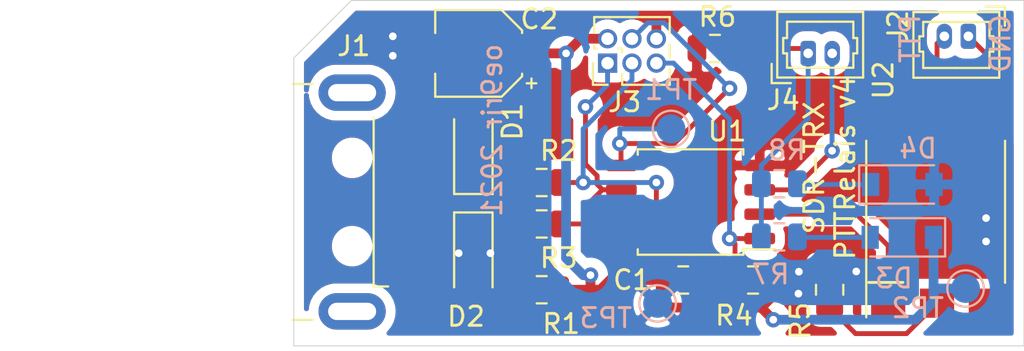
<source format=kicad_pcb>
(kicad_pcb (version 20171130) (host pcbnew 5.1.6+dfsg1-1~bpo9+1)

  (general
    (thickness 1.6)
    (drawings 9)
    (tracks 125)
    (zones 0)
    (modules 23)
    (nets 18)
  )

  (page A4)
  (layers
    (0 F.Cu signal)
    (31 B.Cu signal)
    (32 B.Adhes user)
    (33 F.Adhes user)
    (34 B.Paste user)
    (35 F.Paste user)
    (36 B.SilkS user)
    (37 F.SilkS user)
    (38 B.Mask user)
    (39 F.Mask user)
    (40 Dwgs.User user)
    (41 Cmts.User user)
    (42 Eco1.User user)
    (43 Eco2.User user)
    (44 Edge.Cuts user)
    (45 Margin user)
    (46 B.CrtYd user)
    (47 F.CrtYd user)
    (48 B.Fab user hide)
    (49 F.Fab user hide)
  )

  (setup
    (last_trace_width 0.508)
    (user_trace_width 0.254)
    (user_trace_width 0.508)
    (trace_clearance 0.2)
    (zone_clearance 0.508)
    (zone_45_only yes)
    (trace_min 0.2)
    (via_size 0.8)
    (via_drill 0.4)
    (via_min_size 0.4)
    (via_min_drill 0.3)
    (uvia_size 0.3)
    (uvia_drill 0.1)
    (uvias_allowed no)
    (uvia_min_size 0.2)
    (uvia_min_drill 0.1)
    (edge_width 0.05)
    (segment_width 0.2)
    (pcb_text_width 0.3)
    (pcb_text_size 1.5 1.5)
    (mod_edge_width 0.12)
    (mod_text_size 1 1)
    (mod_text_width 0.15)
    (pad_size 1.524 1.524)
    (pad_drill 0.762)
    (pad_to_mask_clearance 0.05)
    (aux_axis_origin 0 0)
    (visible_elements FFFFFF7F)
    (pcbplotparams
      (layerselection 0x010fc_ffffffff)
      (usegerberextensions true)
      (usegerberattributes false)
      (usegerberadvancedattributes false)
      (creategerberjobfile false)
      (excludeedgelayer true)
      (linewidth 0.100000)
      (plotframeref false)
      (viasonmask false)
      (mode 1)
      (useauxorigin false)
      (hpglpennumber 1)
      (hpglpenspeed 20)
      (hpglpendiameter 15.000000)
      (psnegative false)
      (psa4output false)
      (plotreference true)
      (plotvalue false)
      (plotinvisibletext false)
      (padsonsilk false)
      (subtractmaskfromsilk true)
      (outputformat 1)
      (mirror false)
      (drillshape 0)
      (scaleselection 1)
      (outputdirectory "gerber"))
  )

  (net 0 "")
  (net 1 GND)
  (net 2 +5V)
  (net 3 "Net-(D1-Pad1)")
  (net 4 "Net-(D2-Pad1)")
  (net 5 /PB4)
  (net 6 "Net-(J1-Pad5)")
  (net 7 "Net-(J2-Pad2)")
  (net 8 "Net-(J2-Pad1)")
  (net 9 /PB0)
  (net 10 /D+)
  (net 11 /D-)
  (net 12 "Net-(R5-Pad1)")
  (net 13 /PB3)
  (net 14 /_RST)
  (net 15 "Net-(D3-Pad2)")
  (net 16 "Net-(D4-Pad1)")
  (net 17 "Net-(J4-Pad1)")

  (net_class Default "This is the default net class."
    (clearance 0.2)
    (trace_width 0.25)
    (via_dia 0.8)
    (via_drill 0.4)
    (uvia_dia 0.3)
    (uvia_drill 0.1)
    (add_net +5V)
    (add_net /D+)
    (add_net /D-)
    (add_net /PB0)
    (add_net /PB3)
    (add_net /PB4)
    (add_net /_RST)
    (add_net GND)
    (add_net "Net-(D1-Pad1)")
    (add_net "Net-(D2-Pad1)")
    (add_net "Net-(D3-Pad2)")
    (add_net "Net-(D4-Pad1)")
    (add_net "Net-(J1-Pad5)")
    (add_net "Net-(J2-Pad1)")
    (add_net "Net-(J2-Pad2)")
    (add_net "Net-(J4-Pad1)")
    (add_net "Net-(R5-Pad1)")
    (add_net "Net-(U2-Pad3)")
    (add_net "Net-(U2-Pad6)")
  )

  (module Resistor_SMD:R_0805_2012Metric (layer B.Cu) (tedit 5B36C52B) (tstamp 6213E7AB)
    (at 125.2728 86.5505 180)
    (descr "Resistor SMD 0805 (2012 Metric), square (rectangular) end terminal, IPC_7351 nominal, (Body size source: https://docs.google.com/spreadsheets/d/1BsfQQcO9C6DZCsRaXUlFlo91Tg2WpOkGARC1WS5S8t0/edit?usp=sharing), generated with kicad-footprint-generator")
    (tags resistor)
    (path /621701EC)
    (attr smd)
    (fp_text reference R8 (at -0.3914 1.7526) (layer B.SilkS)
      (effects (font (size 1 1) (thickness 0.15)) (justify mirror))
    )
    (fp_text value 330 (at 0 -1.65) (layer B.Fab)
      (effects (font (size 1 1) (thickness 0.15)) (justify mirror))
    )
    (fp_text user %R (at 0 0) (layer B.Fab)
      (effects (font (size 0.5 0.5) (thickness 0.08)) (justify mirror))
    )
    (fp_line (start -1 -0.6) (end -1 0.6) (layer B.Fab) (width 0.1))
    (fp_line (start -1 0.6) (end 1 0.6) (layer B.Fab) (width 0.1))
    (fp_line (start 1 0.6) (end 1 -0.6) (layer B.Fab) (width 0.1))
    (fp_line (start 1 -0.6) (end -1 -0.6) (layer B.Fab) (width 0.1))
    (fp_line (start -0.258578 0.71) (end 0.258578 0.71) (layer B.SilkS) (width 0.12))
    (fp_line (start -0.258578 -0.71) (end 0.258578 -0.71) (layer B.SilkS) (width 0.12))
    (fp_line (start -1.68 -0.95) (end -1.68 0.95) (layer B.CrtYd) (width 0.05))
    (fp_line (start -1.68 0.95) (end 1.68 0.95) (layer B.CrtYd) (width 0.05))
    (fp_line (start 1.68 0.95) (end 1.68 -0.95) (layer B.CrtYd) (width 0.05))
    (fp_line (start 1.68 -0.95) (end -1.68 -0.95) (layer B.CrtYd) (width 0.05))
    (pad 2 smd roundrect (at 0.9375 0 180) (size 0.975 1.4) (layers B.Cu B.Paste B.Mask) (roundrect_rratio 0.25)
      (net 17 "Net-(J4-Pad1)"))
    (pad 1 smd roundrect (at -0.9375 0 180) (size 0.975 1.4) (layers B.Cu B.Paste B.Mask) (roundrect_rratio 0.25)
      (net 16 "Net-(D4-Pad1)"))
    (model ${KISYS3DMOD}/Resistor_SMD.3dshapes/R_0805_2012Metric.wrl
      (at (xyz 0 0 0))
      (scale (xyz 1 1 1))
      (rotate (xyz 0 0 0))
    )
  )

  (module Resistor_SMD:R_0805_2012Metric (layer B.Cu) (tedit 5B36C52B) (tstamp 6213E79A)
    (at 125.2728 89.3191 180)
    (descr "Resistor SMD 0805 (2012 Metric), square (rectangular) end terminal, IPC_7351 nominal, (Body size source: https://docs.google.com/spreadsheets/d/1BsfQQcO9C6DZCsRaXUlFlo91Tg2WpOkGARC1WS5S8t0/edit?usp=sharing), generated with kicad-footprint-generator")
    (tags resistor)
    (path /6216F705)
    (attr smd)
    (fp_text reference R7 (at 0.4572 -1.9526) (layer B.SilkS)
      (effects (font (size 1 1) (thickness 0.15)) (justify mirror))
    )
    (fp_text value 330 (at 0 -1.65) (layer B.Fab)
      (effects (font (size 1 1) (thickness 0.15)) (justify mirror))
    )
    (fp_text user %R (at 0 0) (layer B.Fab)
      (effects (font (size 0.5 0.5) (thickness 0.08)) (justify mirror))
    )
    (fp_line (start -1 -0.6) (end -1 0.6) (layer B.Fab) (width 0.1))
    (fp_line (start -1 0.6) (end 1 0.6) (layer B.Fab) (width 0.1))
    (fp_line (start 1 0.6) (end 1 -0.6) (layer B.Fab) (width 0.1))
    (fp_line (start 1 -0.6) (end -1 -0.6) (layer B.Fab) (width 0.1))
    (fp_line (start -0.258578 0.71) (end 0.258578 0.71) (layer B.SilkS) (width 0.12))
    (fp_line (start -0.258578 -0.71) (end 0.258578 -0.71) (layer B.SilkS) (width 0.12))
    (fp_line (start -1.68 -0.95) (end -1.68 0.95) (layer B.CrtYd) (width 0.05))
    (fp_line (start -1.68 0.95) (end 1.68 0.95) (layer B.CrtYd) (width 0.05))
    (fp_line (start 1.68 0.95) (end 1.68 -0.95) (layer B.CrtYd) (width 0.05))
    (fp_line (start 1.68 -0.95) (end -1.68 -0.95) (layer B.CrtYd) (width 0.05))
    (pad 2 smd roundrect (at 0.9375 0 180) (size 0.975 1.4) (layers B.Cu B.Paste B.Mask) (roundrect_rratio 0.25)
      (net 17 "Net-(J4-Pad1)"))
    (pad 1 smd roundrect (at -0.9375 0 180) (size 0.975 1.4) (layers B.Cu B.Paste B.Mask) (roundrect_rratio 0.25)
      (net 15 "Net-(D3-Pad2)"))
    (model ${KISYS3DMOD}/Resistor_SMD.3dshapes/R_0805_2012Metric.wrl
      (at (xyz 0 0 0))
      (scale (xyz 1 1 1))
      (rotate (xyz 0 0 0))
    )
  )

  (module Connector_Molex:Molex_PicoBlade_53047-0210_1x02_P1.25mm_Vertical (layer F.Cu) (tedit 5B783167) (tstamp 6213E6C9)
    (at 126.7714 79.756)
    (descr "Molex PicoBlade Connector System, 53047-0210, 2 Pins per row (http://www.molex.com/pdm_docs/sd/530470610_sd.pdf), generated with kicad-footprint-generator")
    (tags "connector Molex PicoBlade side entry")
    (path /6217AC02)
    (fp_text reference J4 (at -1.2954 2.4384) (layer F.SilkS)
      (effects (font (size 1 1) (thickness 0.15)))
    )
    (fp_text value PTT_LED (at 0.62 2.35) (layer F.Fab)
      (effects (font (size 1 1) (thickness 0.15)))
    )
    (fp_text user %R (at 0.62 -1.35) (layer F.Fab)
      (effects (font (size 1 1) (thickness 0.15)))
    )
    (fp_line (start -1.5 -2.05) (end -1.5 1.15) (layer F.Fab) (width 0.1))
    (fp_line (start -1.5 1.15) (end 2.75 1.15) (layer F.Fab) (width 0.1))
    (fp_line (start 2.75 1.15) (end 2.75 -2.05) (layer F.Fab) (width 0.1))
    (fp_line (start 2.75 -2.05) (end -1.5 -2.05) (layer F.Fab) (width 0.1))
    (fp_line (start -1.61 -2.16) (end -1.61 1.26) (layer F.SilkS) (width 0.12))
    (fp_line (start -1.61 1.26) (end 2.86 1.26) (layer F.SilkS) (width 0.12))
    (fp_line (start 2.86 1.26) (end 2.86 -2.16) (layer F.SilkS) (width 0.12))
    (fp_line (start 2.86 -2.16) (end -1.61 -2.16) (layer F.SilkS) (width 0.12))
    (fp_line (start 0.625 0.75) (end -1.1 0.75) (layer F.SilkS) (width 0.12))
    (fp_line (start -1.1 0.75) (end -1.1 0) (layer F.SilkS) (width 0.12))
    (fp_line (start -1.1 0) (end -1.3 0) (layer F.SilkS) (width 0.12))
    (fp_line (start -1.3 0) (end -1.3 -0.8) (layer F.SilkS) (width 0.12))
    (fp_line (start -1.3 -0.8) (end -1.1 -0.8) (layer F.SilkS) (width 0.12))
    (fp_line (start -1.1 -0.8) (end -1.1 -1.65) (layer F.SilkS) (width 0.12))
    (fp_line (start -1.1 -1.65) (end 0.625 -1.65) (layer F.SilkS) (width 0.12))
    (fp_line (start 0.625 0.75) (end 2.35 0.75) (layer F.SilkS) (width 0.12))
    (fp_line (start 2.35 0.75) (end 2.35 0) (layer F.SilkS) (width 0.12))
    (fp_line (start 2.35 0) (end 2.55 0) (layer F.SilkS) (width 0.12))
    (fp_line (start 2.55 0) (end 2.55 -0.8) (layer F.SilkS) (width 0.12))
    (fp_line (start 2.55 -0.8) (end 2.35 -0.8) (layer F.SilkS) (width 0.12))
    (fp_line (start 2.35 -0.8) (end 2.35 -1.65) (layer F.SilkS) (width 0.12))
    (fp_line (start 2.35 -1.65) (end 0.625 -1.65) (layer F.SilkS) (width 0.12))
    (fp_line (start -1.9 1.55) (end -1.9 0.55) (layer F.SilkS) (width 0.12))
    (fp_line (start -1.9 1.55) (end -0.9 1.55) (layer F.SilkS) (width 0.12))
    (fp_line (start -0.5 1.15) (end 0 0.442893) (layer F.Fab) (width 0.1))
    (fp_line (start 0 0.442893) (end 0.5 1.15) (layer F.Fab) (width 0.1))
    (fp_line (start -2 -2.55) (end -2 1.65) (layer F.CrtYd) (width 0.05))
    (fp_line (start -2 1.65) (end 3.25 1.65) (layer F.CrtYd) (width 0.05))
    (fp_line (start 3.25 1.65) (end 3.25 -2.55) (layer F.CrtYd) (width 0.05))
    (fp_line (start 3.25 -2.55) (end -2 -2.55) (layer F.CrtYd) (width 0.05))
    (pad 2 thru_hole oval (at 1.25 0) (size 0.8 1.3) (drill 0.5) (layers *.Cu *.Mask)
      (net 5 /PB4))
    (pad 1 thru_hole roundrect (at 0 0) (size 0.8 1.3) (drill 0.5) (layers *.Cu *.Mask) (roundrect_rratio 0.25)
      (net 17 "Net-(J4-Pad1)"))
    (model ${KISYS3DMOD}/Connector_Molex.3dshapes/Molex_PicoBlade_53047-0210_1x02_P1.25mm_Vertical.wrl
      (at (xyz 0 0 0))
      (scale (xyz 1 1 1))
      (rotate (xyz 0 0 0))
    )
  )

  (module Diode_SMD:D_SOD-123 (layer B.Cu) (tedit 58645DC7) (tstamp 6213E5B6)
    (at 131.6736 86.5886)
    (descr SOD-123)
    (tags SOD-123)
    (path /62170690)
    (attr smd)
    (fp_text reference D4 (at 0.812 -1.8718) (layer B.SilkS)
      (effects (font (size 1 1) (thickness 0.15)) (justify mirror))
    )
    (fp_text value 2V7 (at 0 -2.1) (layer B.Fab)
      (effects (font (size 1 1) (thickness 0.15)) (justify mirror))
    )
    (fp_text user %R (at 0 2) (layer B.Fab)
      (effects (font (size 1 1) (thickness 0.15)) (justify mirror))
    )
    (fp_line (start -2.25 1) (end -2.25 -1) (layer B.SilkS) (width 0.12))
    (fp_line (start 0.25 0) (end 0.75 0) (layer B.Fab) (width 0.1))
    (fp_line (start 0.25 -0.4) (end -0.35 0) (layer B.Fab) (width 0.1))
    (fp_line (start 0.25 0.4) (end 0.25 -0.4) (layer B.Fab) (width 0.1))
    (fp_line (start -0.35 0) (end 0.25 0.4) (layer B.Fab) (width 0.1))
    (fp_line (start -0.35 0) (end -0.35 -0.55) (layer B.Fab) (width 0.1))
    (fp_line (start -0.35 0) (end -0.35 0.55) (layer B.Fab) (width 0.1))
    (fp_line (start -0.75 0) (end -0.35 0) (layer B.Fab) (width 0.1))
    (fp_line (start -1.4 -0.9) (end -1.4 0.9) (layer B.Fab) (width 0.1))
    (fp_line (start 1.4 -0.9) (end -1.4 -0.9) (layer B.Fab) (width 0.1))
    (fp_line (start 1.4 0.9) (end 1.4 -0.9) (layer B.Fab) (width 0.1))
    (fp_line (start -1.4 0.9) (end 1.4 0.9) (layer B.Fab) (width 0.1))
    (fp_line (start -2.35 1.15) (end 2.35 1.15) (layer B.CrtYd) (width 0.05))
    (fp_line (start 2.35 1.15) (end 2.35 -1.15) (layer B.CrtYd) (width 0.05))
    (fp_line (start 2.35 -1.15) (end -2.35 -1.15) (layer B.CrtYd) (width 0.05))
    (fp_line (start -2.35 1.15) (end -2.35 -1.15) (layer B.CrtYd) (width 0.05))
    (fp_line (start -2.25 -1) (end 1.65 -1) (layer B.SilkS) (width 0.12))
    (fp_line (start -2.25 1) (end 1.65 1) (layer B.SilkS) (width 0.12))
    (pad 2 smd rect (at 1.65 0) (size 0.9 1.2) (layers B.Cu B.Paste B.Mask)
      (net 1 GND))
    (pad 1 smd rect (at -1.65 0) (size 0.9 1.2) (layers B.Cu B.Paste B.Mask)
      (net 16 "Net-(D4-Pad1)"))
    (model ${KISYS3DMOD}/Diode_SMD.3dshapes/D_SOD-123.wrl
      (at (xyz 0 0 0))
      (scale (xyz 1 1 1))
      (rotate (xyz 0 0 0))
    )
  )

  (module Diode_SMD:D_SOD-123 (layer B.Cu) (tedit 58645DC7) (tstamp 6213E59D)
    (at 131.6482 89.3445 180)
    (descr SOD-123)
    (tags SOD-123)
    (path /621716BF)
    (attr smd)
    (fp_text reference D3 (at 0.4191 -2.1336) (layer B.SilkS)
      (effects (font (size 1 1) (thickness 0.15)) (justify mirror))
    )
    (fp_text value 2V7 (at 0 -2.1) (layer B.Fab)
      (effects (font (size 1 1) (thickness 0.15)) (justify mirror))
    )
    (fp_text user %R (at 0 2) (layer B.Fab)
      (effects (font (size 1 1) (thickness 0.15)) (justify mirror))
    )
    (fp_line (start -2.25 1) (end -2.25 -1) (layer B.SilkS) (width 0.12))
    (fp_line (start 0.25 0) (end 0.75 0) (layer B.Fab) (width 0.1))
    (fp_line (start 0.25 -0.4) (end -0.35 0) (layer B.Fab) (width 0.1))
    (fp_line (start 0.25 0.4) (end 0.25 -0.4) (layer B.Fab) (width 0.1))
    (fp_line (start -0.35 0) (end 0.25 0.4) (layer B.Fab) (width 0.1))
    (fp_line (start -0.35 0) (end -0.35 -0.55) (layer B.Fab) (width 0.1))
    (fp_line (start -0.35 0) (end -0.35 0.55) (layer B.Fab) (width 0.1))
    (fp_line (start -0.75 0) (end -0.35 0) (layer B.Fab) (width 0.1))
    (fp_line (start -1.4 -0.9) (end -1.4 0.9) (layer B.Fab) (width 0.1))
    (fp_line (start 1.4 -0.9) (end -1.4 -0.9) (layer B.Fab) (width 0.1))
    (fp_line (start 1.4 0.9) (end 1.4 -0.9) (layer B.Fab) (width 0.1))
    (fp_line (start -1.4 0.9) (end 1.4 0.9) (layer B.Fab) (width 0.1))
    (fp_line (start -2.35 1.15) (end 2.35 1.15) (layer B.CrtYd) (width 0.05))
    (fp_line (start 2.35 1.15) (end 2.35 -1.15) (layer B.CrtYd) (width 0.05))
    (fp_line (start 2.35 -1.15) (end -2.35 -1.15) (layer B.CrtYd) (width 0.05))
    (fp_line (start -2.35 1.15) (end -2.35 -1.15) (layer B.CrtYd) (width 0.05))
    (fp_line (start -2.25 -1) (end 1.65 -1) (layer B.SilkS) (width 0.12))
    (fp_line (start -2.25 1) (end 1.65 1) (layer B.SilkS) (width 0.12))
    (pad 2 smd rect (at 1.65 0 180) (size 0.9 1.2) (layers B.Cu B.Paste B.Mask)
      (net 15 "Net-(D3-Pad2)"))
    (pad 1 smd rect (at -1.65 0 180) (size 0.9 1.2) (layers B.Cu B.Paste B.Mask)
      (net 2 +5V))
    (model ${KISYS3DMOD}/Diode_SMD.3dshapes/D_SOD-123.wrl
      (at (xyz 0 0 0))
      (scale (xyz 1 1 1))
      (rotate (xyz 0 0 0))
    )
  )

  (module Package_SO:SOIC-8_5.275x5.275mm_P1.27mm (layer F.Cu) (tedit 5D9F72B1) (tstamp 6106CFDF)
    (at 120.65 87.503 180)
    (descr "SOIC, 8 Pin (http://ww1.microchip.com/downloads/en/DeviceDoc/20005045C.pdf#page=23), generated with kicad-footprint-generator ipc_gullwing_generator.py")
    (tags "SOIC SO")
    (path /610669E2)
    (attr smd)
    (fp_text reference U1 (at -1.905 3.683) (layer F.SilkS)
      (effects (font (size 1 1) (thickness 0.15)))
    )
    (fp_text value ATtiny45-20PU (at 0 3.59) (layer F.Fab)
      (effects (font (size 1 1) (thickness 0.15)))
    )
    (fp_line (start 4.65 -2.89) (end -4.65 -2.89) (layer F.CrtYd) (width 0.05))
    (fp_line (start 4.65 2.89) (end 4.65 -2.89) (layer F.CrtYd) (width 0.05))
    (fp_line (start -4.65 2.89) (end 4.65 2.89) (layer F.CrtYd) (width 0.05))
    (fp_line (start -4.65 -2.89) (end -4.65 2.89) (layer F.CrtYd) (width 0.05))
    (fp_line (start -2.6375 -1.6375) (end -1.6375 -2.6375) (layer F.Fab) (width 0.1))
    (fp_line (start -2.6375 2.6375) (end -2.6375 -1.6375) (layer F.Fab) (width 0.1))
    (fp_line (start 2.6375 2.6375) (end -2.6375 2.6375) (layer F.Fab) (width 0.1))
    (fp_line (start 2.6375 -2.6375) (end 2.6375 2.6375) (layer F.Fab) (width 0.1))
    (fp_line (start -1.6375 -2.6375) (end 2.6375 -2.6375) (layer F.Fab) (width 0.1))
    (fp_line (start -2.7475 -2.465) (end -4.4 -2.465) (layer F.SilkS) (width 0.12))
    (fp_line (start -2.7475 -2.7475) (end -2.7475 -2.465) (layer F.SilkS) (width 0.12))
    (fp_line (start 0 -2.7475) (end -2.7475 -2.7475) (layer F.SilkS) (width 0.12))
    (fp_line (start 2.7475 -2.7475) (end 2.7475 -2.465) (layer F.SilkS) (width 0.12))
    (fp_line (start 0 -2.7475) (end 2.7475 -2.7475) (layer F.SilkS) (width 0.12))
    (fp_line (start -2.7475 2.7475) (end -2.7475 2.465) (layer F.SilkS) (width 0.12))
    (fp_line (start 0 2.7475) (end -2.7475 2.7475) (layer F.SilkS) (width 0.12))
    (fp_line (start 2.7475 2.7475) (end 2.7475 2.465) (layer F.SilkS) (width 0.12))
    (fp_line (start 0 2.7475) (end 2.7475 2.7475) (layer F.SilkS) (width 0.12))
    (fp_text user %R (at 0 0) (layer F.Fab)
      (effects (font (size 1 1) (thickness 0.15)))
    )
    (pad 8 smd roundrect (at 3.6 -1.905 180) (size 1.6 0.6) (layers F.Cu F.Paste F.Mask) (roundrect_rratio 0.25)
      (net 2 +5V))
    (pad 7 smd roundrect (at 3.6 -0.635 180) (size 1.6 0.6) (layers F.Cu F.Paste F.Mask) (roundrect_rratio 0.25)
      (net 10 /D+))
    (pad 6 smd roundrect (at 3.6 0.635 180) (size 1.6 0.6) (layers F.Cu F.Paste F.Mask) (roundrect_rratio 0.25)
      (net 11 /D-))
    (pad 5 smd roundrect (at 3.6 1.905 180) (size 1.6 0.6) (layers F.Cu F.Paste F.Mask) (roundrect_rratio 0.25)
      (net 9 /PB0))
    (pad 4 smd roundrect (at -3.6 1.905 180) (size 1.6 0.6) (layers F.Cu F.Paste F.Mask) (roundrect_rratio 0.25)
      (net 1 GND))
    (pad 3 smd roundrect (at -3.6 0.635 180) (size 1.6 0.6) (layers F.Cu F.Paste F.Mask) (roundrect_rratio 0.25)
      (net 5 /PB4))
    (pad 2 smd roundrect (at -3.6 -0.635 180) (size 1.6 0.6) (layers F.Cu F.Paste F.Mask) (roundrect_rratio 0.25)
      (net 13 /PB3))
    (pad 1 smd roundrect (at -3.6 -1.905 180) (size 1.6 0.6) (layers F.Cu F.Paste F.Mask) (roundrect_rratio 0.25)
      (net 14 /_RST))
    (model ${KISYS3DMOD}/Package_SO.3dshapes/SOIC-8_5.275x5.275mm_P1.27mm.wrl
      (at (xyz 0 0 0))
      (scale (xyz 1 1 1))
      (rotate (xyz 0 0 0))
    )
  )

  (module Parts:CNY17_10x8.60mm_P2.54mm (layer F.Cu) (tedit 61598FA8) (tstamp 6106CFF5)
    (at 133.477 88.011 90)
    (tags CNY17)
    (path /6107CD84)
    (attr smd)
    (fp_text reference U2 (at 6.858 -2.794 270) (layer F.SilkS)
      (effects (font (size 1 1) (thickness 0.15)))
    )
    (fp_text value CNY17-3 (at 0.1 4.3 90) (layer F.Fab)
      (effects (font (size 1 1) (thickness 0.15)))
    )
    (fp_line (start -3.683 -3.556) (end -3.683 -1.778) (layer F.SilkS) (width 0.15))
    (fp_line (start -3.75 -0.9) (end -3 -1.92) (layer F.Fab) (width 0.1))
    (fp_line (start -3.7 3.54) (end 3.7 3.54) (layer F.SilkS) (width 0.12))
    (fp_line (start -5.5 -3.683) (end 3.7 -3.683) (layer F.SilkS) (width 0.12))
    (fp_line (start -3.75 1.92) (end 3.75 1.92) (layer F.Fab) (width 0.1))
    (fp_line (start 3.75 1.92) (end 3.75 -1.92) (layer F.Fab) (width 0.1))
    (fp_line (start -3 -1.92) (end 3.75 -1.92) (layer F.Fab) (width 0.1))
    (fp_line (start -3.75 1.92) (end -3.75 -0.9) (layer F.Fab) (width 0.1))
    (fp_line (start 5.65 -3.54) (end -5.65 -3.54) (layer F.CrtYd) (width 0.05))
    (fp_line (start 5.65 3.54) (end 5.65 -3.54) (layer F.CrtYd) (width 0.05))
    (fp_line (start -5.65 3.54) (end 5.65 3.54) (layer F.CrtYd) (width 0.05))
    (fp_line (start -5.65 -3.54) (end -5.65 3.54) (layer F.CrtYd) (width 0.05))
    (fp_text user %R (at 0.3 0 270) (layer F.Fab)
      (effects (font (size 0.5 0.5) (thickness 0.05)))
    )
    (pad 6 smd rect (at 4.765 -2.54 180) (size 1.78 1.52) (layers F.Cu F.Paste F.Mask))
    (pad 5 smd rect (at 4.765 0 180) (size 1.78 1.52) (layers F.Cu F.Paste F.Mask)
      (net 7 "Net-(J2-Pad2)"))
    (pad 4 smd rect (at 4.765 2.54 180) (size 1.78 1.52) (layers F.Cu F.Paste F.Mask)
      (net 8 "Net-(J2-Pad1)"))
    (pad 3 smd rect (at -4.765 2.54 180) (size 1.78 1.52) (layers F.Cu F.Paste F.Mask))
    (pad 2 smd rect (at -4.765 0 180) (size 1.78 1.52) (layers F.Cu F.Paste F.Mask)
      (net 12 "Net-(R5-Pad1)"))
    (pad 1 smd rect (at -4.765 -2.54 180) (size 1.78 1.52) (layers F.Cu F.Paste F.Mask)
      (net 13 /PB3))
    (model ${KISYS3DMOD}/Package_SO.3dshapes/SO-6L_10x3.84mm_P1.27mm.wrl
      (at (xyz 0 0 0))
      (scale (xyz 1 1 1))
      (rotate (xyz 0 0 0))
    )
  )

  (module Connector_PinHeader_1.27mm:PinHeader_2x03_P1.27mm_Vertical (layer F.Cu) (tedit 59FED6E3) (tstamp 615A2A70)
    (at 116.332 80.264 90)
    (descr "Through hole straight pin header, 2x03, 1.27mm pitch, double rows")
    (tags "Through hole pin header THT 2x03 1.27mm double row")
    (path /615A540B)
    (fp_text reference J3 (at -2.032 0.889 180) (layer F.SilkS)
      (effects (font (size 1 1) (thickness 0.15)))
    )
    (fp_text value ISP (at 0.635 4.235 90) (layer F.Fab)
      (effects (font (size 1 1) (thickness 0.15)))
    )
    (fp_line (start -0.2175 -0.635) (end 2.34 -0.635) (layer F.Fab) (width 0.1))
    (fp_line (start 2.34 -0.635) (end 2.34 3.175) (layer F.Fab) (width 0.1))
    (fp_line (start 2.34 3.175) (end -1.07 3.175) (layer F.Fab) (width 0.1))
    (fp_line (start -1.07 3.175) (end -1.07 0.2175) (layer F.Fab) (width 0.1))
    (fp_line (start -1.07 0.2175) (end -0.2175 -0.635) (layer F.Fab) (width 0.1))
    (fp_line (start -1.13 3.235) (end -0.30753 3.235) (layer F.SilkS) (width 0.12))
    (fp_line (start 1.57753 3.235) (end 2.4 3.235) (layer F.SilkS) (width 0.12))
    (fp_line (start 0.30753 3.235) (end 0.96247 3.235) (layer F.SilkS) (width 0.12))
    (fp_line (start -1.13 0.76) (end -1.13 3.235) (layer F.SilkS) (width 0.12))
    (fp_line (start 2.4 -0.695) (end 2.4 3.235) (layer F.SilkS) (width 0.12))
    (fp_line (start -1.13 0.76) (end -0.563471 0.76) (layer F.SilkS) (width 0.12))
    (fp_line (start 0.563471 0.76) (end 0.706529 0.76) (layer F.SilkS) (width 0.12))
    (fp_line (start 0.76 0.706529) (end 0.76 0.563471) (layer F.SilkS) (width 0.12))
    (fp_line (start 0.76 -0.563471) (end 0.76 -0.695) (layer F.SilkS) (width 0.12))
    (fp_line (start 0.76 -0.695) (end 0.96247 -0.695) (layer F.SilkS) (width 0.12))
    (fp_line (start 1.57753 -0.695) (end 2.4 -0.695) (layer F.SilkS) (width 0.12))
    (fp_line (start -1.13 0) (end -1.13 -0.76) (layer F.SilkS) (width 0.12))
    (fp_line (start -1.13 -0.76) (end 0 -0.76) (layer F.SilkS) (width 0.12))
    (fp_line (start -1.6 -1.15) (end -1.6 3.7) (layer F.CrtYd) (width 0.05))
    (fp_line (start -1.6 3.7) (end 2.85 3.7) (layer F.CrtYd) (width 0.05))
    (fp_line (start 2.85 3.7) (end 2.85 -1.15) (layer F.CrtYd) (width 0.05))
    (fp_line (start 2.85 -1.15) (end -1.6 -1.15) (layer F.CrtYd) (width 0.05))
    (fp_text user %R (at 0.635 1.27) (layer F.Fab)
      (effects (font (size 1 1) (thickness 0.15)))
    )
    (pad 6 thru_hole oval (at 1.27 2.54 90) (size 1 1) (drill 0.65) (layers *.Cu *.Mask)
      (net 1 GND))
    (pad 5 thru_hole oval (at 0 2.54 90) (size 1 1) (drill 0.65) (layers *.Cu *.Mask)
      (net 14 /_RST))
    (pad 4 thru_hole oval (at 1.27 1.27 90) (size 1 1) (drill 0.65) (layers *.Cu *.Mask)
      (net 9 /PB0))
    (pad 3 thru_hole oval (at 0 1.27 90) (size 1 1) (drill 0.65) (layers *.Cu *.Mask)
      (net 10 /D+))
    (pad 2 thru_hole oval (at 1.27 0 90) (size 1 1) (drill 0.65) (layers *.Cu *.Mask)
      (net 2 +5V))
    (pad 1 thru_hole rect (at 0 0 90) (size 1 1) (drill 0.65) (layers *.Cu *.Mask)
      (net 11 /D-))
    (model ${KISYS3DMOD}/Connector_PinHeader_1.27mm.3dshapes/PinHeader_2x03_P1.27mm_Vertical.wrl
      (at (xyz 0 0 0))
      (scale (xyz 1 1 1))
      (rotate (xyz 0 0 0))
    )
  )

  (module TestPoint:TestPoint_Pad_D1.5mm (layer B.Cu) (tedit 5A0F774F) (tstamp 61071C88)
    (at 118.9355 92.7862)
    (descr "SMD pad as test Point, diameter 1.5mm")
    (tags "test point SMD pad")
    (path /610B4E85)
    (attr virtual)
    (fp_text reference TP3 (at -2.6924 0.762) (layer B.SilkS)
      (effects (font (size 1 1) (thickness 0.15)) (justify mirror))
    )
    (fp_text value GND (at 0 -1.75) (layer B.Fab)
      (effects (font (size 1 1) (thickness 0.15)) (justify mirror))
    )
    (fp_circle (center 0 0) (end 0 -0.95) (layer B.SilkS) (width 0.12))
    (fp_circle (center 0 0) (end 1.25 0) (layer B.CrtYd) (width 0.05))
    (fp_text user %R (at 0 1.65) (layer B.Fab)
      (effects (font (size 1 1) (thickness 0.15)) (justify mirror))
    )
    (pad 1 smd circle (at 0 0) (size 1.5 1.5) (layers B.Cu B.Mask)
      (net 1 GND))
  )

  (module TestPoint:TestPoint_Pad_D1.5mm (layer B.Cu) (tedit 5A0F774F) (tstamp 61071C22)
    (at 134.9629 92.0115)
    (descr "SMD pad as test Point, diameter 1.5mm")
    (tags "test point SMD pad")
    (path /610B48CF)
    (attr virtual)
    (fp_text reference TP2 (at -2.4892 1.016) (layer B.SilkS)
      (effects (font (size 1 1) (thickness 0.15)) (justify mirror))
    )
    (fp_text value +5V (at 0 -1.75) (layer B.Fab)
      (effects (font (size 1 1) (thickness 0.15)) (justify mirror))
    )
    (fp_circle (center 0 0) (end 0 -0.95) (layer B.SilkS) (width 0.12))
    (fp_circle (center 0 0) (end 1.25 0) (layer B.CrtYd) (width 0.05))
    (fp_text user %R (at 0 1.65) (layer B.Fab)
      (effects (font (size 1 1) (thickness 0.15)) (justify mirror))
    )
    (pad 1 smd circle (at 0 0) (size 1.5 1.5) (layers B.Cu B.Mask)
      (net 2 +5V))
  )

  (module TestPoint:TestPoint_Pad_D1.5mm (layer B.Cu) (tedit 5A0F774F) (tstamp 6106F957)
    (at 119.634 83.693)
    (descr "SMD pad as test Point, diameter 1.5mm")
    (tags "test point SMD pad")
    (path /610A363B)
    (attr virtual)
    (fp_text reference TP1 (at 0 -2.032) (layer B.SilkS)
      (effects (font (size 1 1) (thickness 0.15)) (justify mirror))
    )
    (fp_text value PB0 (at 0 -1.75) (layer B.Fab)
      (effects (font (size 1 1) (thickness 0.15)) (justify mirror))
    )
    (fp_circle (center 0 0) (end 0 -0.95) (layer B.SilkS) (width 0.12))
    (fp_circle (center 0 0) (end 1.25 0) (layer B.CrtYd) (width 0.05))
    (fp_text user %R (at 0 1.65) (layer B.Fab)
      (effects (font (size 1 1) (thickness 0.15)) (justify mirror))
    )
    (pad 1 smd circle (at 0 0) (size 1.5 1.5) (layers B.Cu B.Mask)
      (net 9 /PB0))
  )

  (module Connector_Molex:Molex_PicoBlade_53047-0210_1x02_P1.25mm_Vertical (layer F.Cu) (tedit 5B783167) (tstamp 6106CF35)
    (at 135.108 78.867 180)
    (descr "Molex PicoBlade Connector System, 53047-0210, 2 Pins per row (http://www.molex.com/pdm_docs/sd/530470610_sd.pdf), generated with kicad-footprint-generator")
    (tags "connector Molex PicoBlade side entry")
    (path /61080903)
    (fp_text reference J2 (at 3.663 0.508 90) (layer F.SilkS)
      (effects (font (size 1 1) (thickness 0.15)))
    )
    (fp_text value PTT_Enable_PA (at 0.62 2.35) (layer F.Fab)
      (effects (font (size 1 1) (thickness 0.15)))
    )
    (fp_line (start 3.25 -2.55) (end -2 -2.55) (layer F.CrtYd) (width 0.05))
    (fp_line (start 3.25 1.65) (end 3.25 -2.55) (layer F.CrtYd) (width 0.05))
    (fp_line (start -2 1.65) (end 3.25 1.65) (layer F.CrtYd) (width 0.05))
    (fp_line (start -2 -2.55) (end -2 1.65) (layer F.CrtYd) (width 0.05))
    (fp_line (start 0 0.442893) (end 0.5 1.15) (layer F.Fab) (width 0.1))
    (fp_line (start -0.5 1.15) (end 0 0.442893) (layer F.Fab) (width 0.1))
    (fp_line (start -1.9 1.55) (end -0.9 1.55) (layer F.SilkS) (width 0.12))
    (fp_line (start -1.9 1.55) (end -1.9 0.55) (layer F.SilkS) (width 0.12))
    (fp_line (start 2.35 -1.65) (end 0.625 -1.65) (layer F.SilkS) (width 0.12))
    (fp_line (start 2.35 -0.8) (end 2.35 -1.65) (layer F.SilkS) (width 0.12))
    (fp_line (start 2.55 -0.8) (end 2.35 -0.8) (layer F.SilkS) (width 0.12))
    (fp_line (start 2.55 0) (end 2.55 -0.8) (layer F.SilkS) (width 0.12))
    (fp_line (start 2.35 0) (end 2.55 0) (layer F.SilkS) (width 0.12))
    (fp_line (start 2.35 0.75) (end 2.35 0) (layer F.SilkS) (width 0.12))
    (fp_line (start 0.625 0.75) (end 2.35 0.75) (layer F.SilkS) (width 0.12))
    (fp_line (start -1.1 -1.65) (end 0.625 -1.65) (layer F.SilkS) (width 0.12))
    (fp_line (start -1.1 -0.8) (end -1.1 -1.65) (layer F.SilkS) (width 0.12))
    (fp_line (start -1.3 -0.8) (end -1.1 -0.8) (layer F.SilkS) (width 0.12))
    (fp_line (start -1.3 0) (end -1.3 -0.8) (layer F.SilkS) (width 0.12))
    (fp_line (start -1.1 0) (end -1.3 0) (layer F.SilkS) (width 0.12))
    (fp_line (start -1.1 0.75) (end -1.1 0) (layer F.SilkS) (width 0.12))
    (fp_line (start 0.625 0.75) (end -1.1 0.75) (layer F.SilkS) (width 0.12))
    (fp_line (start 2.86 -2.16) (end -1.61 -2.16) (layer F.SilkS) (width 0.12))
    (fp_line (start 2.86 1.26) (end 2.86 -2.16) (layer F.SilkS) (width 0.12))
    (fp_line (start -1.61 1.26) (end 2.86 1.26) (layer F.SilkS) (width 0.12))
    (fp_line (start -1.61 -2.16) (end -1.61 1.26) (layer F.SilkS) (width 0.12))
    (fp_line (start 2.75 -2.05) (end -1.5 -2.05) (layer F.Fab) (width 0.1))
    (fp_line (start 2.75 1.15) (end 2.75 -2.05) (layer F.Fab) (width 0.1))
    (fp_line (start -1.5 1.15) (end 2.75 1.15) (layer F.Fab) (width 0.1))
    (fp_line (start -1.5 -2.05) (end -1.5 1.15) (layer F.Fab) (width 0.1))
    (fp_text user %R (at 0.62 -1.35) (layer F.Fab)
      (effects (font (size 1 1) (thickness 0.15)))
    )
    (pad 2 thru_hole oval (at 1.25 0 180) (size 0.8 1.3) (drill 0.5) (layers *.Cu *.Mask)
      (net 7 "Net-(J2-Pad2)"))
    (pad 1 thru_hole roundrect (at 0 0 180) (size 0.8 1.3) (drill 0.5) (layers *.Cu *.Mask) (roundrect_rratio 0.25)
      (net 8 "Net-(J2-Pad1)"))
    (model ${KISYS3DMOD}/Connector_Molex.3dshapes/Molex_PicoBlade_53047-0210_1x02_P1.25mm_Vertical.wrl
      (at (xyz 0 0 0))
      (scale (xyz 1 1 1))
      (rotate (xyz 0 0 0))
    )
  )

  (module Resistor_SMD:R_0805_2012Metric (layer F.Cu) (tedit 5B36C52B) (tstamp 6106CFC3)
    (at 121.92 79.502 180)
    (descr "Resistor SMD 0805 (2012 Metric), square (rectangular) end terminal, IPC_7351 nominal, (Body size source: https://docs.google.com/spreadsheets/d/1BsfQQcO9C6DZCsRaXUlFlo91Tg2WpOkGARC1WS5S8t0/edit?usp=sharing), generated with kicad-footprint-generator")
    (tags resistor)
    (path /610828C8)
    (attr smd)
    (fp_text reference R6 (at -0.127 1.651) (layer F.SilkS)
      (effects (font (size 1 1) (thickness 0.15)))
    )
    (fp_text value 330 (at 0 1.65) (layer F.Fab)
      (effects (font (size 1 1) (thickness 0.15)))
    )
    (fp_line (start 1.68 0.95) (end -1.68 0.95) (layer F.CrtYd) (width 0.05))
    (fp_line (start 1.68 -0.95) (end 1.68 0.95) (layer F.CrtYd) (width 0.05))
    (fp_line (start -1.68 -0.95) (end 1.68 -0.95) (layer F.CrtYd) (width 0.05))
    (fp_line (start -1.68 0.95) (end -1.68 -0.95) (layer F.CrtYd) (width 0.05))
    (fp_line (start -0.258578 0.71) (end 0.258578 0.71) (layer F.SilkS) (width 0.12))
    (fp_line (start -0.258578 -0.71) (end 0.258578 -0.71) (layer F.SilkS) (width 0.12))
    (fp_line (start 1 0.6) (end -1 0.6) (layer F.Fab) (width 0.1))
    (fp_line (start 1 -0.6) (end 1 0.6) (layer F.Fab) (width 0.1))
    (fp_line (start -1 -0.6) (end 1 -0.6) (layer F.Fab) (width 0.1))
    (fp_line (start -1 0.6) (end -1 -0.6) (layer F.Fab) (width 0.1))
    (fp_text user %R (at 0 0) (layer F.Fab)
      (effects (font (size 0.5 0.5) (thickness 0.08)))
    )
    (pad 2 smd roundrect (at 0.9375 0 180) (size 0.975 1.4) (layers F.Cu F.Paste F.Mask) (roundrect_rratio 0.25)
      (net 1 GND))
    (pad 1 smd roundrect (at -0.9375 0 180) (size 0.975 1.4) (layers F.Cu F.Paste F.Mask) (roundrect_rratio 0.25)
      (net 17 "Net-(J4-Pad1)"))
    (model ${KISYS3DMOD}/Resistor_SMD.3dshapes/R_0805_2012Metric.wrl
      (at (xyz 0 0 0))
      (scale (xyz 1 1 1))
      (rotate (xyz 0 0 0))
    )
  )

  (module Resistor_SMD:R_0805_2012Metric (layer F.Cu) (tedit 5B36C52B) (tstamp 61071CB7)
    (at 127.889 92.075 90)
    (descr "Resistor SMD 0805 (2012 Metric), square (rectangular) end terminal, IPC_7351 nominal, (Body size source: https://docs.google.com/spreadsheets/d/1BsfQQcO9C6DZCsRaXUlFlo91Tg2WpOkGARC1WS5S8t0/edit?usp=sharing), generated with kicad-footprint-generator")
    (tags resistor)
    (path /6107DD48)
    (attr smd)
    (fp_text reference R5 (at -1.6256 -1.524 90) (layer F.SilkS)
      (effects (font (size 1 1) (thickness 0.15)))
    )
    (fp_text value 100 (at 0 1.65 90) (layer F.Fab)
      (effects (font (size 1 1) (thickness 0.15)))
    )
    (fp_line (start 1.68 0.95) (end -1.68 0.95) (layer F.CrtYd) (width 0.05))
    (fp_line (start 1.68 -0.95) (end 1.68 0.95) (layer F.CrtYd) (width 0.05))
    (fp_line (start -1.68 -0.95) (end 1.68 -0.95) (layer F.CrtYd) (width 0.05))
    (fp_line (start -1.68 0.95) (end -1.68 -0.95) (layer F.CrtYd) (width 0.05))
    (fp_line (start -0.258578 0.71) (end 0.258578 0.71) (layer F.SilkS) (width 0.12))
    (fp_line (start -0.258578 -0.71) (end 0.258578 -0.71) (layer F.SilkS) (width 0.12))
    (fp_line (start 1 0.6) (end -1 0.6) (layer F.Fab) (width 0.1))
    (fp_line (start 1 -0.6) (end 1 0.6) (layer F.Fab) (width 0.1))
    (fp_line (start -1 -0.6) (end 1 -0.6) (layer F.Fab) (width 0.1))
    (fp_line (start -1 0.6) (end -1 -0.6) (layer F.Fab) (width 0.1))
    (fp_text user %R (at 0 0 90) (layer F.Fab)
      (effects (font (size 0.5 0.5) (thickness 0.08)))
    )
    (pad 2 smd roundrect (at 0.9375 0 90) (size 0.975 1.4) (layers F.Cu F.Paste F.Mask) (roundrect_rratio 0.25)
      (net 1 GND))
    (pad 1 smd roundrect (at -0.9375 0 90) (size 0.975 1.4) (layers F.Cu F.Paste F.Mask) (roundrect_rratio 0.25)
      (net 12 "Net-(R5-Pad1)"))
    (model ${KISYS3DMOD}/Resistor_SMD.3dshapes/R_0805_2012Metric.wrl
      (at (xyz 0 0 0))
      (scale (xyz 1 1 1))
      (rotate (xyz 0 0 0))
    )
  )

  (module Resistor_SMD:R_0805_2012Metric (layer F.Cu) (tedit 5B36C52B) (tstamp 6106CFA1)
    (at 123.9012 91.567 180)
    (descr "Resistor SMD 0805 (2012 Metric), square (rectangular) end terminal, IPC_7351 nominal, (Body size source: https://docs.google.com/spreadsheets/d/1BsfQQcO9C6DZCsRaXUlFlo91Tg2WpOkGARC1WS5S8t0/edit?usp=sharing), generated with kicad-footprint-generator")
    (tags resistor)
    (path /6106BA00)
    (attr smd)
    (fp_text reference R4 (at 0.9906 -1.8542) (layer F.SilkS)
      (effects (font (size 1 1) (thickness 0.15)))
    )
    (fp_text value 4k7 (at 0 1.65) (layer F.Fab)
      (effects (font (size 1 1) (thickness 0.15)))
    )
    (fp_line (start 1.68 0.95) (end -1.68 0.95) (layer F.CrtYd) (width 0.05))
    (fp_line (start 1.68 -0.95) (end 1.68 0.95) (layer F.CrtYd) (width 0.05))
    (fp_line (start -1.68 -0.95) (end 1.68 -0.95) (layer F.CrtYd) (width 0.05))
    (fp_line (start -1.68 0.95) (end -1.68 -0.95) (layer F.CrtYd) (width 0.05))
    (fp_line (start -0.258578 0.71) (end 0.258578 0.71) (layer F.SilkS) (width 0.12))
    (fp_line (start -0.258578 -0.71) (end 0.258578 -0.71) (layer F.SilkS) (width 0.12))
    (fp_line (start 1 0.6) (end -1 0.6) (layer F.Fab) (width 0.1))
    (fp_line (start 1 -0.6) (end 1 0.6) (layer F.Fab) (width 0.1))
    (fp_line (start -1 -0.6) (end 1 -0.6) (layer F.Fab) (width 0.1))
    (fp_line (start -1 0.6) (end -1 -0.6) (layer F.Fab) (width 0.1))
    (fp_text user %R (at 0 0) (layer F.Fab)
      (effects (font (size 0.5 0.5) (thickness 0.08)))
    )
    (pad 2 smd roundrect (at 0.9375 0 180) (size 0.975 1.4) (layers F.Cu F.Paste F.Mask) (roundrect_rratio 0.25)
      (net 14 /_RST))
    (pad 1 smd roundrect (at -0.9375 0 180) (size 0.975 1.4) (layers F.Cu F.Paste F.Mask) (roundrect_rratio 0.25)
      (net 2 +5V))
    (model ${KISYS3DMOD}/Resistor_SMD.3dshapes/R_0805_2012Metric.wrl
      (at (xyz 0 0 0))
      (scale (xyz 1 1 1))
      (rotate (xyz 0 0 0))
    )
  )

  (module Resistor_SMD:R_0805_2012Metric (layer F.Cu) (tedit 5B36C52B) (tstamp 61070D2B)
    (at 112.903 88.646 180)
    (descr "Resistor SMD 0805 (2012 Metric), square (rectangular) end terminal, IPC_7351 nominal, (Body size source: https://docs.google.com/spreadsheets/d/1BsfQQcO9C6DZCsRaXUlFlo91Tg2WpOkGARC1WS5S8t0/edit?usp=sharing), generated with kicad-footprint-generator")
    (tags resistor)
    (path /61069CCF)
    (attr smd)
    (fp_text reference R3 (at -0.889 -1.778) (layer F.SilkS)
      (effects (font (size 1 1) (thickness 0.15)))
    )
    (fp_text value 68 (at 0 1.65) (layer F.Fab)
      (effects (font (size 1 1) (thickness 0.15)))
    )
    (fp_line (start 1.68 0.95) (end -1.68 0.95) (layer F.CrtYd) (width 0.05))
    (fp_line (start 1.68 -0.95) (end 1.68 0.95) (layer F.CrtYd) (width 0.05))
    (fp_line (start -1.68 -0.95) (end 1.68 -0.95) (layer F.CrtYd) (width 0.05))
    (fp_line (start -1.68 0.95) (end -1.68 -0.95) (layer F.CrtYd) (width 0.05))
    (fp_line (start -0.258578 0.71) (end 0.258578 0.71) (layer F.SilkS) (width 0.12))
    (fp_line (start -0.258578 -0.71) (end 0.258578 -0.71) (layer F.SilkS) (width 0.12))
    (fp_line (start 1 0.6) (end -1 0.6) (layer F.Fab) (width 0.1))
    (fp_line (start 1 -0.6) (end 1 0.6) (layer F.Fab) (width 0.1))
    (fp_line (start -1 -0.6) (end 1 -0.6) (layer F.Fab) (width 0.1))
    (fp_line (start -1 0.6) (end -1 -0.6) (layer F.Fab) (width 0.1))
    (fp_text user %R (at 0 0) (layer F.Fab)
      (effects (font (size 0.5 0.5) (thickness 0.08)))
    )
    (pad 2 smd roundrect (at 0.9375 0 180) (size 0.975 1.4) (layers F.Cu F.Paste F.Mask) (roundrect_rratio 0.25)
      (net 4 "Net-(D2-Pad1)"))
    (pad 1 smd roundrect (at -0.9375 0 180) (size 0.975 1.4) (layers F.Cu F.Paste F.Mask) (roundrect_rratio 0.25)
      (net 11 /D-))
    (model ${KISYS3DMOD}/Resistor_SMD.3dshapes/R_0805_2012Metric.wrl
      (at (xyz 0 0 0))
      (scale (xyz 1 1 1))
      (rotate (xyz 0 0 0))
    )
  )

  (module Resistor_SMD:R_0805_2012Metric (layer F.Cu) (tedit 5B36C52B) (tstamp 6106DAC5)
    (at 112.903 86.487 180)
    (descr "Resistor SMD 0805 (2012 Metric), square (rectangular) end terminal, IPC_7351 nominal, (Body size source: https://docs.google.com/spreadsheets/d/1BsfQQcO9C6DZCsRaXUlFlo91Tg2WpOkGARC1WS5S8t0/edit?usp=sharing), generated with kicad-footprint-generator")
    (tags resistor)
    (path /610692F3)
    (attr smd)
    (fp_text reference R2 (at -0.889 1.651) (layer F.SilkS)
      (effects (font (size 1 1) (thickness 0.15)))
    )
    (fp_text value 68 (at 0 1.65) (layer F.Fab)
      (effects (font (size 1 1) (thickness 0.15)))
    )
    (fp_line (start 1.68 0.95) (end -1.68 0.95) (layer F.CrtYd) (width 0.05))
    (fp_line (start 1.68 -0.95) (end 1.68 0.95) (layer F.CrtYd) (width 0.05))
    (fp_line (start -1.68 -0.95) (end 1.68 -0.95) (layer F.CrtYd) (width 0.05))
    (fp_line (start -1.68 0.95) (end -1.68 -0.95) (layer F.CrtYd) (width 0.05))
    (fp_line (start -0.258578 0.71) (end 0.258578 0.71) (layer F.SilkS) (width 0.12))
    (fp_line (start -0.258578 -0.71) (end 0.258578 -0.71) (layer F.SilkS) (width 0.12))
    (fp_line (start 1 0.6) (end -1 0.6) (layer F.Fab) (width 0.1))
    (fp_line (start 1 -0.6) (end 1 0.6) (layer F.Fab) (width 0.1))
    (fp_line (start -1 -0.6) (end 1 -0.6) (layer F.Fab) (width 0.1))
    (fp_line (start -1 0.6) (end -1 -0.6) (layer F.Fab) (width 0.1))
    (fp_text user %R (at 0 0) (layer F.Fab)
      (effects (font (size 0.5 0.5) (thickness 0.08)))
    )
    (pad 2 smd roundrect (at 0.9375 0 180) (size 0.975 1.4) (layers F.Cu F.Paste F.Mask) (roundrect_rratio 0.25)
      (net 3 "Net-(D1-Pad1)"))
    (pad 1 smd roundrect (at -0.9375 0 180) (size 0.975 1.4) (layers F.Cu F.Paste F.Mask) (roundrect_rratio 0.25)
      (net 10 /D+))
    (model ${KISYS3DMOD}/Resistor_SMD.3dshapes/R_0805_2012Metric.wrl
      (at (xyz 0 0 0))
      (scale (xyz 1 1 1))
      (rotate (xyz 0 0 0))
    )
  )

  (module Resistor_SMD:R_0805_2012Metric (layer F.Cu) (tedit 5B36C52B) (tstamp 6106CF6E)
    (at 112.903 92.075 180)
    (descr "Resistor SMD 0805 (2012 Metric), square (rectangular) end terminal, IPC_7351 nominal, (Body size source: https://docs.google.com/spreadsheets/d/1BsfQQcO9C6DZCsRaXUlFlo91Tg2WpOkGARC1WS5S8t0/edit?usp=sharing), generated with kicad-footprint-generator")
    (tags resistor)
    (path /6106A424)
    (attr smd)
    (fp_text reference R1 (at -1.016 -1.778) (layer F.SilkS)
      (effects (font (size 1 1) (thickness 0.15)))
    )
    (fp_text value 2k2 (at 0 1.65) (layer F.Fab)
      (effects (font (size 1 1) (thickness 0.15)))
    )
    (fp_line (start 1.68 0.95) (end -1.68 0.95) (layer F.CrtYd) (width 0.05))
    (fp_line (start 1.68 -0.95) (end 1.68 0.95) (layer F.CrtYd) (width 0.05))
    (fp_line (start -1.68 -0.95) (end 1.68 -0.95) (layer F.CrtYd) (width 0.05))
    (fp_line (start -1.68 0.95) (end -1.68 -0.95) (layer F.CrtYd) (width 0.05))
    (fp_line (start -0.258578 0.71) (end 0.258578 0.71) (layer F.SilkS) (width 0.12))
    (fp_line (start -0.258578 -0.71) (end 0.258578 -0.71) (layer F.SilkS) (width 0.12))
    (fp_line (start 1 0.6) (end -1 0.6) (layer F.Fab) (width 0.1))
    (fp_line (start 1 -0.6) (end 1 0.6) (layer F.Fab) (width 0.1))
    (fp_line (start -1 -0.6) (end 1 -0.6) (layer F.Fab) (width 0.1))
    (fp_line (start -1 0.6) (end -1 -0.6) (layer F.Fab) (width 0.1))
    (fp_text user %R (at 0 0) (layer F.Fab)
      (effects (font (size 0.5 0.5) (thickness 0.08)))
    )
    (pad 2 smd roundrect (at 0.9375 0 180) (size 0.975 1.4) (layers F.Cu F.Paste F.Mask) (roundrect_rratio 0.25)
      (net 4 "Net-(D2-Pad1)"))
    (pad 1 smd roundrect (at -0.9375 0 180) (size 0.975 1.4) (layers F.Cu F.Paste F.Mask) (roundrect_rratio 0.25)
      (net 2 +5V))
    (model ${KISYS3DMOD}/Resistor_SMD.3dshapes/R_0805_2012Metric.wrl
      (at (xyz 0 0 0))
      (scale (xyz 1 1 1))
      (rotate (xyz 0 0 0))
    )
  )

  (module Connector_USB:USB_A_CNCTech_1001-011-01101_Horizontal (layer F.Cu) (tedit 5E754393) (tstamp 6106D218)
    (at 96.139 87.503 180)
    (descr "USB type A Plug, Horizontal, http://cnctech.us/pdfs/1001-011-01101.pdf")
    (tags USB-A)
    (path /610672C4)
    (attr smd)
    (fp_text reference J1 (at -6.985 8.128) (layer F.SilkS)
      (effects (font (size 1 1) (thickness 0.15)))
    )
    (fp_text value USB_A (at 0 8 180) (layer F.Fab)
      (effects (font (size 1 1) (thickness 0.15)))
    )
    (fp_line (start -7.25 -4) (end -7.25 -3.05) (layer F.Fab) (width 0.1))
    (fp_line (start -7.75 -3.5) (end -7.25 -4) (layer F.Fab) (width 0.1))
    (fp_line (start -7.75 -3.5) (end -7.25 -3) (layer F.Fab) (width 0.1))
    (fp_line (start -8.02 -4.4) (end -8.775 -4.4) (layer F.SilkS) (width 0.12))
    (fp_line (start -11.4 4.55) (end -9.15 4.55) (layer F.CrtYd) (width 0.05))
    (fp_line (start -9.15 4.55) (end -9.15 7.15) (layer F.CrtYd) (width 0.05))
    (fp_line (start -9.15 7.15) (end -4.65 7.15) (layer F.CrtYd) (width 0.05))
    (fp_line (start -4.65 7.15) (end -4.65 6.52) (layer F.CrtYd) (width 0.05))
    (fp_line (start -4.65 6.52) (end 11.4 6.52) (layer F.CrtYd) (width 0.05))
    (fp_line (start 11.4 6.52) (end 11.4 -6.52) (layer F.CrtYd) (width 0.05))
    (fp_line (start -4.65 -6.52) (end 11.4 -6.52) (layer F.CrtYd) (width 0.05))
    (fp_line (start -4.65 -6.52) (end -4.65 -7.15) (layer F.CrtYd) (width 0.05))
    (fp_line (start -9.15 -7.15) (end -4.65 -7.15) (layer F.CrtYd) (width 0.05))
    (fp_line (start -9.15 -7.15) (end -9.15 -4.55) (layer F.CrtYd) (width 0.05))
    (fp_line (start -11.4 -4.55) (end -9.15 -4.55) (layer F.CrtYd) (width 0.05))
    (fp_line (start -11.4 4.55) (end -11.4 -4.55) (layer F.CrtYd) (width 0.05))
    (fp_line (start -4.85 6.145) (end -3.8 6.145) (layer F.SilkS) (width 0.12))
    (fp_line (start -4.85 -6.145) (end -3.8 -6.145) (layer F.SilkS) (width 0.12))
    (fp_line (start -3.8 6.025) (end -3.8 -6.025) (layer Dwgs.User) (width 0.1))
    (fp_line (start -8.02 -4.4) (end -8.02 4.4) (layer F.SilkS) (width 0.12))
    (fp_circle (center -6.9 2.3) (end -6.9 2.8) (layer F.Fab) (width 0.1))
    (fp_circle (center -6.9 -2.3) (end -6.9 -2.8) (layer F.Fab) (width 0.1))
    (fp_line (start -10.4 -3.25) (end -7.9 -3.25) (layer F.Fab) (width 0.1))
    (fp_line (start -10.4 -3.25) (end -10.4 -3.75) (layer F.Fab) (width 0.1))
    (fp_line (start -10.4 -3.75) (end -7.9 -3.75) (layer F.Fab) (width 0.1))
    (fp_line (start -10.4 -1.25) (end -7.9 -1.25) (layer F.Fab) (width 0.1))
    (fp_line (start -10.4 -0.75) (end -7.9 -0.75) (layer F.Fab) (width 0.1))
    (fp_line (start -10.4 -0.75) (end -10.4 -1.25) (layer F.Fab) (width 0.1))
    (fp_line (start -10.4 1.25) (end -7.9 1.25) (layer F.Fab) (width 0.1))
    (fp_line (start -10.4 1.25) (end -10.4 0.75) (layer F.Fab) (width 0.1))
    (fp_line (start -10.4 0.75) (end -7.9 0.75) (layer F.Fab) (width 0.1))
    (fp_line (start -10.4 3.75) (end -7.9 3.75) (layer F.Fab) (width 0.1))
    (fp_line (start -10.4 3.25) (end -7.9 3.25) (layer F.Fab) (width 0.1))
    (fp_line (start -10.4 3.75) (end -10.4 3.25) (layer F.Fab) (width 0.1))
    (fp_line (start 10.9 6.025) (end 10.9 -6.025) (layer F.Fab) (width 0.1))
    (fp_line (start -7.9 6.025) (end 10.9 6.025) (layer F.Fab) (width 0.1))
    (fp_line (start -7.9 -6.025) (end 10.9 -6.025) (layer F.Fab) (width 0.1))
    (fp_line (start -7.9 6.025) (end -7.9 -6.025) (layer F.Fab) (width 0.1))
    (fp_text user %R (at -6 0 90) (layer F.Fab)
      (effects (font (size 1 1) (thickness 0.15)))
    )
    (fp_text user "PCB Edge" (at -4.55 -0.05 90) (layer Dwgs.User)
      (effects (font (size 0.6 0.6) (thickness 0.09)))
    )
    (pad "" np_thru_hole circle (at -6.9 2.3 180) (size 1.1 1.1) (drill 1.1) (layers *.Cu *.Mask))
    (pad "" np_thru_hole circle (at -6.9 -2.3 180) (size 1.1 1.1) (drill 1.1) (layers *.Cu *.Mask))
    (pad 5 thru_hole oval (at -6.9 5.7 180) (size 3.5 1.9) (drill oval 2.5 0.9) (layers *.Cu *.Mask)
      (net 6 "Net-(J1-Pad5)"))
    (pad 5 thru_hole oval (at -6.9 -5.7 180) (size 3.5 1.9) (drill oval 2.5 0.9) (layers *.Cu *.Mask)
      (net 6 "Net-(J1-Pad5)"))
    (pad 4 smd rect (at -9.65 3.5 180) (size 2.5 1.1) (layers F.Cu F.Paste F.Mask)
      (net 1 GND))
    (pad 1 smd rect (at -9.65 -3.5 180) (size 2.5 1.1) (layers F.Cu F.Paste F.Mask)
      (net 2 +5V))
    (pad 3 smd rect (at -9.65 1 180) (size 2.5 1.1) (layers F.Cu F.Paste F.Mask)
      (net 3 "Net-(D1-Pad1)"))
    (pad 2 smd rect (at -9.65 -1 180) (size 2.5 1.1) (layers F.Cu F.Paste F.Mask)
      (net 4 "Net-(D2-Pad1)"))
    (model ${KISYS3DMOD}/Connector_USB.3dshapes/USB_A_CNCTech_1001-011-01101_Horizontal.wrl
      (at (xyz 0 0 0))
      (scale (xyz 1 1 1))
      (rotate (xyz 0 0 0))
    )
  )

  (module Diode_SMD:D_SOD-123 (layer F.Cu) (tedit 58645DC7) (tstamp 6106CEC8)
    (at 109.347 90.297 270)
    (descr SOD-123)
    (tags SOD-123)
    (path /6106D555)
    (attr smd)
    (fp_text reference D2 (at 3.175 0.381 180) (layer F.SilkS)
      (effects (font (size 1 1) (thickness 0.15)))
    )
    (fp_text value 3v6 (at 0 2.1 90) (layer F.Fab)
      (effects (font (size 1 1) (thickness 0.15)))
    )
    (fp_line (start -2.25 -1) (end 1.65 -1) (layer F.SilkS) (width 0.12))
    (fp_line (start -2.25 1) (end 1.65 1) (layer F.SilkS) (width 0.12))
    (fp_line (start -2.35 -1.15) (end -2.35 1.15) (layer F.CrtYd) (width 0.05))
    (fp_line (start 2.35 1.15) (end -2.35 1.15) (layer F.CrtYd) (width 0.05))
    (fp_line (start 2.35 -1.15) (end 2.35 1.15) (layer F.CrtYd) (width 0.05))
    (fp_line (start -2.35 -1.15) (end 2.35 -1.15) (layer F.CrtYd) (width 0.05))
    (fp_line (start -1.4 -0.9) (end 1.4 -0.9) (layer F.Fab) (width 0.1))
    (fp_line (start 1.4 -0.9) (end 1.4 0.9) (layer F.Fab) (width 0.1))
    (fp_line (start 1.4 0.9) (end -1.4 0.9) (layer F.Fab) (width 0.1))
    (fp_line (start -1.4 0.9) (end -1.4 -0.9) (layer F.Fab) (width 0.1))
    (fp_line (start -0.75 0) (end -0.35 0) (layer F.Fab) (width 0.1))
    (fp_line (start -0.35 0) (end -0.35 -0.55) (layer F.Fab) (width 0.1))
    (fp_line (start -0.35 0) (end -0.35 0.55) (layer F.Fab) (width 0.1))
    (fp_line (start -0.35 0) (end 0.25 -0.4) (layer F.Fab) (width 0.1))
    (fp_line (start 0.25 -0.4) (end 0.25 0.4) (layer F.Fab) (width 0.1))
    (fp_line (start 0.25 0.4) (end -0.35 0) (layer F.Fab) (width 0.1))
    (fp_line (start 0.25 0) (end 0.75 0) (layer F.Fab) (width 0.1))
    (fp_line (start -2.25 -1) (end -2.25 1) (layer F.SilkS) (width 0.12))
    (fp_text user %R (at 0 -2 90) (layer F.Fab)
      (effects (font (size 1 1) (thickness 0.15)))
    )
    (pad 2 smd rect (at 1.65 0 270) (size 0.9 1.2) (layers F.Cu F.Paste F.Mask)
      (net 1 GND))
    (pad 1 smd rect (at -1.65 0 270) (size 0.9 1.2) (layers F.Cu F.Paste F.Mask)
      (net 4 "Net-(D2-Pad1)"))
    (model ${KISYS3DMOD}/Diode_SMD.3dshapes/D_SOD-123.wrl
      (at (xyz 0 0 0))
      (scale (xyz 1 1 1))
      (rotate (xyz 0 0 0))
    )
  )

  (module Diode_SMD:D_SOD-123 (layer F.Cu) (tedit 58645DC7) (tstamp 6106CEAF)
    (at 109.347 84.836 90)
    (descr SOD-123)
    (tags SOD-123)
    (path /6106CD5F)
    (attr smd)
    (fp_text reference D1 (at 1.524 2.032 90) (layer F.SilkS)
      (effects (font (size 1 1) (thickness 0.15)))
    )
    (fp_text value 3v6 (at 0 2.1 90) (layer F.Fab)
      (effects (font (size 1 1) (thickness 0.15)))
    )
    (fp_line (start -2.25 -1) (end 1.65 -1) (layer F.SilkS) (width 0.12))
    (fp_line (start -2.25 1) (end 1.65 1) (layer F.SilkS) (width 0.12))
    (fp_line (start -2.35 -1.15) (end -2.35 1.15) (layer F.CrtYd) (width 0.05))
    (fp_line (start 2.35 1.15) (end -2.35 1.15) (layer F.CrtYd) (width 0.05))
    (fp_line (start 2.35 -1.15) (end 2.35 1.15) (layer F.CrtYd) (width 0.05))
    (fp_line (start -2.35 -1.15) (end 2.35 -1.15) (layer F.CrtYd) (width 0.05))
    (fp_line (start -1.4 -0.9) (end 1.4 -0.9) (layer F.Fab) (width 0.1))
    (fp_line (start 1.4 -0.9) (end 1.4 0.9) (layer F.Fab) (width 0.1))
    (fp_line (start 1.4 0.9) (end -1.4 0.9) (layer F.Fab) (width 0.1))
    (fp_line (start -1.4 0.9) (end -1.4 -0.9) (layer F.Fab) (width 0.1))
    (fp_line (start -0.75 0) (end -0.35 0) (layer F.Fab) (width 0.1))
    (fp_line (start -0.35 0) (end -0.35 -0.55) (layer F.Fab) (width 0.1))
    (fp_line (start -0.35 0) (end -0.35 0.55) (layer F.Fab) (width 0.1))
    (fp_line (start -0.35 0) (end 0.25 -0.4) (layer F.Fab) (width 0.1))
    (fp_line (start 0.25 -0.4) (end 0.25 0.4) (layer F.Fab) (width 0.1))
    (fp_line (start 0.25 0.4) (end -0.35 0) (layer F.Fab) (width 0.1))
    (fp_line (start 0.25 0) (end 0.75 0) (layer F.Fab) (width 0.1))
    (fp_line (start -2.25 -1) (end -2.25 1) (layer F.SilkS) (width 0.12))
    (fp_text user %R (at 0 -2 90) (layer F.Fab)
      (effects (font (size 1 1) (thickness 0.15)))
    )
    (pad 2 smd rect (at 1.65 0 90) (size 0.9 1.2) (layers F.Cu F.Paste F.Mask)
      (net 1 GND))
    (pad 1 smd rect (at -1.65 0 90) (size 0.9 1.2) (layers F.Cu F.Paste F.Mask)
      (net 3 "Net-(D1-Pad1)"))
    (model ${KISYS3DMOD}/Diode_SMD.3dshapes/D_SOD-123.wrl
      (at (xyz 0 0 0))
      (scale (xyz 1 1 1))
      (rotate (xyz 0 0 0))
    )
  )

  (module Capacitor_SMD:CP_Elec_4x5.8 (layer F.Cu) (tedit 5BCA39CF) (tstamp 6106CE96)
    (at 109.623 79.756 180)
    (descr "SMD capacitor, aluminum electrolytic, Panasonic, 4.0x5.8mm")
    (tags "capacitor electrolytic")
    (path /610767AF)
    (attr smd)
    (fp_text reference C2 (at -3.153 1.778) (layer F.SilkS)
      (effects (font (size 1 1) (thickness 0.15)))
    )
    (fp_text value 10u (at 0 3.2) (layer F.Fab)
      (effects (font (size 1 1) (thickness 0.15)))
    )
    (fp_line (start -3.35 1.05) (end -2.4 1.05) (layer F.CrtYd) (width 0.05))
    (fp_line (start -3.35 -1.05) (end -3.35 1.05) (layer F.CrtYd) (width 0.05))
    (fp_line (start -2.4 -1.05) (end -3.35 -1.05) (layer F.CrtYd) (width 0.05))
    (fp_line (start -2.4 1.05) (end -2.4 1.25) (layer F.CrtYd) (width 0.05))
    (fp_line (start -2.4 -1.25) (end -2.4 -1.05) (layer F.CrtYd) (width 0.05))
    (fp_line (start -2.4 -1.25) (end -1.25 -2.4) (layer F.CrtYd) (width 0.05))
    (fp_line (start -2.4 1.25) (end -1.25 2.4) (layer F.CrtYd) (width 0.05))
    (fp_line (start -1.25 -2.4) (end 2.4 -2.4) (layer F.CrtYd) (width 0.05))
    (fp_line (start -1.25 2.4) (end 2.4 2.4) (layer F.CrtYd) (width 0.05))
    (fp_line (start 2.4 1.05) (end 2.4 2.4) (layer F.CrtYd) (width 0.05))
    (fp_line (start 3.35 1.05) (end 2.4 1.05) (layer F.CrtYd) (width 0.05))
    (fp_line (start 3.35 -1.05) (end 3.35 1.05) (layer F.CrtYd) (width 0.05))
    (fp_line (start 2.4 -1.05) (end 3.35 -1.05) (layer F.CrtYd) (width 0.05))
    (fp_line (start 2.4 -2.4) (end 2.4 -1.05) (layer F.CrtYd) (width 0.05))
    (fp_line (start -2.75 -1.81) (end -2.75 -1.31) (layer F.SilkS) (width 0.12))
    (fp_line (start -3 -1.56) (end -2.5 -1.56) (layer F.SilkS) (width 0.12))
    (fp_line (start -2.26 1.195563) (end -1.195563 2.26) (layer F.SilkS) (width 0.12))
    (fp_line (start -2.26 -1.195563) (end -1.195563 -2.26) (layer F.SilkS) (width 0.12))
    (fp_line (start -2.26 -1.195563) (end -2.26 -1.06) (layer F.SilkS) (width 0.12))
    (fp_line (start -2.26 1.195563) (end -2.26 1.06) (layer F.SilkS) (width 0.12))
    (fp_line (start -1.195563 2.26) (end 2.26 2.26) (layer F.SilkS) (width 0.12))
    (fp_line (start -1.195563 -2.26) (end 2.26 -2.26) (layer F.SilkS) (width 0.12))
    (fp_line (start 2.26 -2.26) (end 2.26 -1.06) (layer F.SilkS) (width 0.12))
    (fp_line (start 2.26 2.26) (end 2.26 1.06) (layer F.SilkS) (width 0.12))
    (fp_line (start -1.374773 -1.2) (end -1.374773 -0.8) (layer F.Fab) (width 0.1))
    (fp_line (start -1.574773 -1) (end -1.174773 -1) (layer F.Fab) (width 0.1))
    (fp_line (start -2.15 1.15) (end -1.15 2.15) (layer F.Fab) (width 0.1))
    (fp_line (start -2.15 -1.15) (end -1.15 -2.15) (layer F.Fab) (width 0.1))
    (fp_line (start -2.15 -1.15) (end -2.15 1.15) (layer F.Fab) (width 0.1))
    (fp_line (start -1.15 2.15) (end 2.15 2.15) (layer F.Fab) (width 0.1))
    (fp_line (start -1.15 -2.15) (end 2.15 -2.15) (layer F.Fab) (width 0.1))
    (fp_line (start 2.15 -2.15) (end 2.15 2.15) (layer F.Fab) (width 0.1))
    (fp_circle (center 0 0) (end 2 0) (layer F.Fab) (width 0.1))
    (fp_text user %R (at 0 0) (layer F.Fab)
      (effects (font (size 0.8 0.8) (thickness 0.12)))
    )
    (pad 2 smd roundrect (at 1.8 0 180) (size 2.6 1.6) (layers F.Cu F.Paste F.Mask) (roundrect_rratio 0.15625)
      (net 1 GND))
    (pad 1 smd roundrect (at -1.8 0 180) (size 2.6 1.6) (layers F.Cu F.Paste F.Mask) (roundrect_rratio 0.15625)
      (net 2 +5V))
    (model ${KISYS3DMOD}/Capacitor_SMD.3dshapes/CP_Elec_4x5.8.wrl
      (at (xyz 0 0 0))
      (scale (xyz 1 1 1))
      (rotate (xyz 0 0 0))
    )
  )

  (module Capacitor_SMD:C_0805_2012Metric (layer F.Cu) (tedit 5B36C52B) (tstamp 6106CE6E)
    (at 120.269 91.567)
    (descr "Capacitor SMD 0805 (2012 Metric), square (rectangular) end terminal, IPC_7351 nominal, (Body size source: https://docs.google.com/spreadsheets/d/1BsfQQcO9C6DZCsRaXUlFlo91Tg2WpOkGARC1WS5S8t0/edit?usp=sharing), generated with kicad-footprint-generator")
    (tags capacitor)
    (path /61075678)
    (attr smd)
    (fp_text reference C1 (at -2.667 0) (layer F.SilkS)
      (effects (font (size 1 1) (thickness 0.15)))
    )
    (fp_text value 100n (at 0 1.65) (layer F.Fab)
      (effects (font (size 1 1) (thickness 0.15)))
    )
    (fp_line (start 1.68 0.95) (end -1.68 0.95) (layer F.CrtYd) (width 0.05))
    (fp_line (start 1.68 -0.95) (end 1.68 0.95) (layer F.CrtYd) (width 0.05))
    (fp_line (start -1.68 -0.95) (end 1.68 -0.95) (layer F.CrtYd) (width 0.05))
    (fp_line (start -1.68 0.95) (end -1.68 -0.95) (layer F.CrtYd) (width 0.05))
    (fp_line (start -0.258578 0.71) (end 0.258578 0.71) (layer F.SilkS) (width 0.12))
    (fp_line (start -0.258578 -0.71) (end 0.258578 -0.71) (layer F.SilkS) (width 0.12))
    (fp_line (start 1 0.6) (end -1 0.6) (layer F.Fab) (width 0.1))
    (fp_line (start 1 -0.6) (end 1 0.6) (layer F.Fab) (width 0.1))
    (fp_line (start -1 -0.6) (end 1 -0.6) (layer F.Fab) (width 0.1))
    (fp_line (start -1 0.6) (end -1 -0.6) (layer F.Fab) (width 0.1))
    (fp_text user %R (at 0 0) (layer F.Fab)
      (effects (font (size 0.5 0.5) (thickness 0.08)))
    )
    (pad 2 smd roundrect (at 0.9375 0) (size 0.975 1.4) (layers F.Cu F.Paste F.Mask) (roundrect_rratio 0.25)
      (net 1 GND))
    (pad 1 smd roundrect (at -0.9375 0) (size 0.975 1.4) (layers F.Cu F.Paste F.Mask) (roundrect_rratio 0.25)
      (net 2 +5V))
    (model ${KISYS3DMOD}/Capacitor_SMD.3dshapes/C_0805_2012Metric.wrl
      (at (xyz 0 0 0))
      (scale (xyz 1 1 1))
      (rotate (xyz 0 0 0))
    )
  )

  (gr_line (start 100 80) (end 103 77) (layer Edge.Cuts) (width 0.05) (tstamp 616838B6))
  (gr_text PTT (at 132.08 78.994 90) (layer B.SilkS)
    (effects (font (size 1 1) (thickness 0.15)) (justify mirror))
  )
  (gr_text GND (at 136.779 79.248 90) (layer B.SilkS)
    (effects (font (size 1 1) (thickness 0.15)) (justify mirror))
  )
  (gr_text "oe9rir 2021" (at 110.3249 83.7692 90) (layer B.SilkS)
    (effects (font (size 1 1) (thickness 0.15)) (justify mirror))
  )
  (gr_text "SDR-TRX\nPTTRelais v4" (at 127.889 85.725 90) (layer F.SilkS)
    (effects (font (size 1 1) (thickness 0.15)))
  )
  (gr_line (start 138 95) (end 138 77) (layer Edge.Cuts) (width 0.05))
  (gr_line (start 100 95) (end 138 95) (layer Edge.Cuts) (width 0.05))
  (gr_line (start 100 80) (end 100 95) (layer Edge.Cuts) (width 0.05))
  (gr_line (start 103 77) (end 138 77) (layer Edge.Cuts) (width 0.05))

  (via (at 108.585 90.17) (size 0.8) (drill 0.4) (layers F.Cu B.Cu) (net 1))
  (via (at 110.236 90.17) (size 0.8) (drill 0.4) (layers F.Cu B.Cu) (net 1))
  (via (at 105.156 79.883) (size 0.8) (drill 0.4) (layers F.Cu B.Cu) (net 1))
  (via (at 105.156 78.867) (size 0.8) (drill 0.4) (layers F.Cu B.Cu) (net 1))
  (via (at 126.2888 91.1352) (size 0.8) (drill 0.4) (layers F.Cu B.Cu) (net 1))
  (via (at 126.2634 92.2782) (size 0.8) (drill 0.4) (layers F.Cu B.Cu) (net 1))
  (via (at 136.0297 89.5604) (size 0.8) (drill 0.4) (layers F.Cu B.Cu) (net 1))
  (via (at 136.0297 88.3412) (size 0.8) (drill 0.4) (layers F.Cu B.Cu) (net 1))
  (via (at 129.2733 91.1225) (size 0.8) (drill 0.4) (layers F.Cu B.Cu) (net 1))
  (segment (start 116.713 93.091) (end 116.713 91.313) (width 0.508) (layer F.Cu) (net 2))
  (segment (start 105.789 91.003) (end 105.789 92.835) (width 0.508) (layer F.Cu) (net 2))
  (segment (start 106.934 93.98) (end 115.824 93.98) (width 0.508) (layer F.Cu) (net 2))
  (segment (start 115.824 93.98) (end 116.713 93.091) (width 0.508) (layer F.Cu) (net 2))
  (segment (start 105.789 92.835) (end 106.934 93.98) (width 0.508) (layer F.Cu) (net 2))
  (segment (start 115.951 92.075) (end 116.713 91.313) (width 0.508) (layer F.Cu) (net 2))
  (via (at 114.173 79.756) (size 0.8) (drill 0.4) (layers F.Cu B.Cu) (net 2))
  (segment (start 114.173 90.424) (end 114.173 79.756) (width 0.508) (layer B.Cu) (net 2))
  (segment (start 115.062 91.313) (end 114.173 90.424) (width 0.508) (layer B.Cu) (net 2))
  (segment (start 114.173 79.756) (end 111.423 79.756) (width 0.508) (layer F.Cu) (net 2))
  (segment (start 114.935 78.994) (end 116.332 78.994) (width 0.508) (layer F.Cu) (net 2))
  (segment (start 114.173 79.756) (end 114.935 78.994) (width 0.508) (layer F.Cu) (net 2))
  (segment (start 116.713 89.727) (end 117.032 89.408) (width 0.508) (layer F.Cu) (net 2))
  (via (at 115.443 91.313) (size 0.8) (drill 0.4) (layers F.Cu B.Cu) (net 2))
  (segment (start 115.062 91.313) (end 115.443 91.313) (width 0.508) (layer B.Cu) (net 2))
  (segment (start 115.443 92.075) (end 115.951 92.075) (width 0.508) (layer F.Cu) (net 2))
  (segment (start 115.443 91.313) (end 115.443 92.075) (width 0.508) (layer F.Cu) (net 2))
  (segment (start 113.8405 92.075) (end 115.443 92.075) (width 0.508) (layer F.Cu) (net 2))
  (segment (start 119.3315 91.8695) (end 119.38 91.821) (width 0.508) (layer F.Cu) (net 2))
  (segment (start 119.3315 91.567) (end 117.729 91.567) (width 0.508) (layer F.Cu) (net 2))
  (segment (start 117.729 91.567) (end 116.713 90.551) (width 0.508) (layer F.Cu) (net 2))
  (segment (start 116.713 90.551) (end 116.713 89.727) (width 0.508) (layer F.Cu) (net 2))
  (segment (start 116.713 91.313) (end 116.713 90.551) (width 0.508) (layer F.Cu) (net 2))
  (segment (start 119.3315 91.567) (end 119.3315 92.7123) (width 0.508) (layer F.Cu) (net 2))
  (segment (start 119.3315 92.7123) (end 119.6213 93.0021) (width 0.508) (layer F.Cu) (net 2))
  (segment (start 119.6213 93.0021) (end 124.333 93.0021) (width 0.508) (layer F.Cu) (net 2))
  (segment (start 124.8387 92.4964) (end 124.8387 91.567) (width 0.508) (layer F.Cu) (net 2))
  (segment (start 124.333 93.0021) (end 124.8387 92.4964) (width 0.508) (layer F.Cu) (net 2))
  (via (at 124.9553 93.6371) (size 0.8) (drill 0.4) (layers F.Cu B.Cu) (net 2))
  (segment (start 124.333 93.0148) (end 124.9553 93.6371) (width 0.508) (layer F.Cu) (net 2))
  (segment (start 124.333 93.0021) (end 124.333 93.0148) (width 0.508) (layer F.Cu) (net 2))
  (segment (start 124.9553 93.6371) (end 132.3467 93.6371) (width 0.508) (layer B.Cu) (net 2))
  (segment (start 132.3467 93.6371) (end 133.2982 92.6856) (width 0.508) (layer B.Cu) (net 2))
  (segment (start 133.3734 92.0115) (end 133.2982 91.9363) (width 0.508) (layer B.Cu) (net 2))
  (segment (start 134.9629 92.0115) (end 133.3734 92.0115) (width 0.508) (layer B.Cu) (net 2))
  (segment (start 133.2982 91.9363) (end 133.2982 89.3445) (width 0.508) (layer B.Cu) (net 2))
  (segment (start 133.2982 92.6856) (end 133.2982 91.9363) (width 0.508) (layer B.Cu) (net 2))
  (segment (start 109.33 86.503) (end 109.347 86.486) (width 0.254) (layer F.Cu) (net 3))
  (segment (start 105.789 86.503) (end 109.33 86.503) (width 0.254) (layer F.Cu) (net 3))
  (segment (start 111.9645 86.486) (end 111.9655 86.487) (width 0.254) (layer F.Cu) (net 3))
  (segment (start 109.347 86.486) (end 111.9645 86.486) (width 0.254) (layer F.Cu) (net 3))
  (segment (start 109.203 88.503) (end 109.347 88.647) (width 0.254) (layer F.Cu) (net 4))
  (segment (start 105.789 88.503) (end 109.203 88.503) (width 0.254) (layer F.Cu) (net 4))
  (segment (start 111.9645 88.647) (end 111.9655 88.646) (width 0.254) (layer F.Cu) (net 4))
  (segment (start 109.347 88.647) (end 111.9645 88.647) (width 0.254) (layer F.Cu) (net 4))
  (segment (start 111.9655 92.075) (end 111.9655 88.646) (width 0.254) (layer F.Cu) (net 4))
  (segment (start 125.984 86.868) (end 128.016 84.836) (width 0.254) (layer F.Cu) (net 5))
  (via (at 128.016 84.836) (size 0.8) (drill 0.4) (layers F.Cu B.Cu) (net 5))
  (segment (start 124.333 86.868) (end 125.984 86.868) (width 0.254) (layer F.Cu) (net 5))
  (segment (start 128.016 79.776) (end 127.996 79.756) (width 0.254) (layer B.Cu) (net 5))
  (segment (start 128.016 84.836) (end 128.016 79.776) (width 0.254) (layer B.Cu) (net 5))
  (segment (start 126.492 79.502) (end 126.746 79.756) (width 0.254) (layer F.Cu) (net 17))
  (segment (start 122.8575 79.502) (end 126.492 79.502) (width 0.254) (layer F.Cu) (net 17))
  (segment (start 133.477 79.248) (end 133.858 78.867) (width 0.254) (layer F.Cu) (net 7))
  (segment (start 133.477 83.246) (end 133.477 79.248) (width 0.254) (layer F.Cu) (net 7))
  (segment (start 136.017 79.776) (end 135.108 78.867) (width 0.254) (layer F.Cu) (net 8))
  (segment (start 136.017 83.246) (end 136.017 79.776) (width 0.254) (layer F.Cu) (net 8))
  (via (at 116.967 84.455) (size 0.8) (drill 0.4) (layers F.Cu B.Cu) (net 9))
  (segment (start 117.032 84.52) (end 116.967 84.455) (width 0.254) (layer F.Cu) (net 9))
  (segment (start 117.032 85.598) (end 117.032 84.52) (width 0.254) (layer F.Cu) (net 9))
  (segment (start 116.967 84.455) (end 116.967 83.693) (width 0.254) (layer B.Cu) (net 9))
  (segment (start 116.967 83.693) (end 119.634 83.693) (width 0.254) (layer B.Cu) (net 9))
  (segment (start 118.429001 78.166999) (end 119.268961 78.166999) (width 0.254) (layer B.Cu) (net 9))
  (segment (start 119.268961 78.166999) (end 122.682 81.580038) (width 0.254) (layer B.Cu) (net 9))
  (segment (start 117.602 78.994) (end 118.429001 78.166999) (width 0.254) (layer B.Cu) (net 9))
  (via (at 122.682 81.580038) (size 0.8) (drill 0.4) (layers F.Cu B.Cu) (net 9))
  (segment (start 119.807038 84.455) (end 122.682 81.580038) (width 0.254) (layer F.Cu) (net 9))
  (segment (start 116.967 84.455) (end 119.807038 84.455) (width 0.254) (layer F.Cu) (net 9))
  (via (at 115.062 86.487) (size 0.8) (drill 0.4) (layers F.Cu B.Cu) (net 10))
  (segment (start 113.8405 86.487) (end 115.062 86.487) (width 0.254) (layer F.Cu) (net 10))
  (segment (start 115.062 86.487) (end 115.062 83.693) (width 0.254) (layer B.Cu) (net 10))
  (segment (start 117.602 81.153) (end 117.602 80.264) (width 0.254) (layer B.Cu) (net 10))
  (segment (start 115.062 83.693) (end 117.602 81.153) (width 0.254) (layer B.Cu) (net 10))
  (via (at 118.872 86.487) (size 0.8) (drill 0.4) (layers F.Cu B.Cu) (net 10))
  (segment (start 115.062 86.487) (end 118.872 86.487) (width 0.254) (layer B.Cu) (net 10))
  (segment (start 118.872 86.487) (end 118.872 87.503) (width 0.254) (layer F.Cu) (net 10))
  (segment (start 118.237 88.138) (end 117.032 88.138) (width 0.254) (layer F.Cu) (net 10))
  (segment (start 118.872 87.503) (end 118.237 88.138) (width 0.254) (layer F.Cu) (net 10))
  (segment (start 116.057 86.868) (end 117.032 86.868) (width 0.254) (layer F.Cu) (net 11))
  (segment (start 113.8405 88.646) (end 115.062 88.646) (width 0.254) (layer F.Cu) (net 11))
  (segment (start 115.443 88.265) (end 115.443 87.482) (width 0.254) (layer F.Cu) (net 11))
  (segment (start 115.062 88.646) (end 115.443 88.265) (width 0.254) (layer F.Cu) (net 11))
  (segment (start 115.443 87.482) (end 116.057 86.868) (width 0.254) (layer F.Cu) (net 11))
  (via (at 115.182933 82.543933) (size 0.8) (drill 0.4) (layers F.Cu B.Cu) (net 11))
  (segment (start 116.332 81.394866) (end 115.182933 82.543933) (width 0.254) (layer B.Cu) (net 11))
  (segment (start 116.332 80.264) (end 116.332 81.394866) (width 0.254) (layer B.Cu) (net 11))
  (segment (start 116.652404 86.868) (end 117.032 86.868) (width 0.254) (layer F.Cu) (net 11))
  (segment (start 115.182933 82.543933) (end 115.182933 85.398529) (width 0.254) (layer F.Cu) (net 11))
  (segment (start 117.032 86.868) (end 116.078 86.868) (width 0.254) (layer F.Cu) (net 11))
  (segment (start 115.789001 86.579001) (end 115.789001 86.138039) (width 0.254) (layer F.Cu) (net 11))
  (segment (start 116.078 86.868) (end 115.789001 86.579001) (width 0.254) (layer F.Cu) (net 11))
  (segment (start 115.182933 85.531971) (end 115.182933 85.398529) (width 0.254) (layer F.Cu) (net 11))
  (segment (start 115.789001 86.138039) (end 115.182933 85.531971) (width 0.254) (layer F.Cu) (net 11))
  (segment (start 127.889 93.0125) (end 129.2375 94.361) (width 0.254) (layer F.Cu) (net 12))
  (segment (start 131.892 94.361) (end 133.477 92.776) (width 0.254) (layer F.Cu) (net 12))
  (segment (start 129.2375 94.361) (end 131.892 94.361) (width 0.254) (layer F.Cu) (net 12))
  (segment (start 130.937 89.789) (end 130.937 92.776) (width 0.254) (layer F.Cu) (net 13))
  (segment (start 129.286 88.138) (end 130.2385 89.0905) (width 0.254) (layer F.Cu) (net 13))
  (segment (start 130.2385 89.0905) (end 130.937 89.789) (width 0.254) (layer F.Cu) (net 13))
  (segment (start 129.921 88.773) (end 130.2385 89.0905) (width 0.254) (layer F.Cu) (net 13))
  (segment (start 129.286 88.138) (end 124.25 88.138) (width 0.254) (layer F.Cu) (net 13))
  (segment (start 119.761 80.264) (end 118.872 80.264) (width 0.254) (layer B.Cu) (net 14))
  (segment (start 122.682 83.185) (end 119.761 80.264) (width 0.254) (layer B.Cu) (net 14))
  (segment (start 124.25 89.408) (end 122.682 89.408) (width 0.254) (layer F.Cu) (net 14))
  (segment (start 122.682 89.408) (end 122.682 83.185) (width 0.254) (layer B.Cu) (net 14))
  (via (at 122.682 89.408) (size 0.8) (drill 0.4) (layers F.Cu B.Cu) (net 14))
  (segment (start 122.9637 89.6897) (end 122.682 89.408) (width 0.254) (layer F.Cu) (net 14))
  (segment (start 122.9637 91.567) (end 122.9637 89.6897) (width 0.254) (layer F.Cu) (net 14))
  (segment (start 126.2357 89.3445) (end 126.2103 89.3191) (width 0.254) (layer B.Cu) (net 15))
  (segment (start 129.9982 89.3445) (end 126.2357 89.3445) (width 0.254) (layer B.Cu) (net 15))
  (segment (start 126.2484 86.5886) (end 126.2103 86.5505) (width 0.254) (layer B.Cu) (net 16))
  (segment (start 130.0236 86.5886) (end 126.2484 86.5886) (width 0.254) (layer B.Cu) (net 16))
  (segment (start 124.3353 89.3191) (end 124.3353 86.5505) (width 0.254) (layer B.Cu) (net 17))
  (segment (start 124.3353 86.5505) (end 124.3353 85.5957) (width 0.254) (layer B.Cu) (net 17))
  (segment (start 126.7714 83.1596) (end 126.7714 79.756) (width 0.254) (layer B.Cu) (net 17))
  (segment (start 124.3353 85.5957) (end 126.7714 83.1596) (width 0.254) (layer B.Cu) (net 17))

  (zone (net 1) (net_name GND) (layer F.Cu) (tstamp 615A3E2E) (hatch edge 0.508)
    (connect_pads (clearance 0.508))
    (min_thickness 0.254)
    (fill yes (arc_segments 32) (thermal_gap 0.508) (thermal_bridge_width 0.508))
    (polygon
      (pts
        (xy 137.668 94.742) (xy 100.33 94.742) (xy 100.33 80.137) (xy 101.727 78.74) (xy 102.997 77.47)
        (xy 137.668 77.47)
      )
    )
    (filled_polygon
      (pts
        (xy 129.726148 89.655779) (xy 129.726153 89.655783) (xy 130.175 90.104631) (xy 130.175001 91.377928) (xy 130.047 91.377928)
        (xy 129.922518 91.390188) (xy 129.80282 91.426498) (xy 129.692506 91.485463) (xy 129.595815 91.564815) (xy 129.516463 91.661506)
        (xy 129.457498 91.77182) (xy 129.421188 91.891518) (xy 129.408928 92.016) (xy 129.408928 93.454797) (xy 129.225575 93.271445)
        (xy 129.227072 93.25625) (xy 129.227072 92.76875) (xy 129.210128 92.596715) (xy 129.159947 92.431291) (xy 129.078458 92.278836)
        (xy 128.968792 92.145208) (xy 128.962436 92.139992) (xy 129.040185 92.076185) (xy 129.119537 91.979494) (xy 129.178502 91.86918)
        (xy 129.214812 91.749482) (xy 129.227072 91.625) (xy 129.224 91.42325) (xy 129.06525 91.2645) (xy 128.016 91.2645)
        (xy 128.016 91.2845) (xy 127.762 91.2845) (xy 127.762 91.2645) (xy 126.71275 91.2645) (xy 126.554 91.42325)
        (xy 126.550928 91.625) (xy 126.563188 91.749482) (xy 126.599498 91.86918) (xy 126.658463 91.979494) (xy 126.737815 92.076185)
        (xy 126.815564 92.139992) (xy 126.809208 92.145208) (xy 126.699542 92.278836) (xy 126.618053 92.431291) (xy 126.567872 92.596715)
        (xy 126.550928 92.76875) (xy 126.550928 93.25625) (xy 126.567872 93.428285) (xy 126.618053 93.593709) (xy 126.699542 93.746164)
        (xy 126.809208 93.879792) (xy 126.942836 93.989458) (xy 127.095291 94.070947) (xy 127.260715 94.121128) (xy 127.43275 94.138072)
        (xy 127.936942 94.138072) (xy 128.138869 94.34) (xy 125.716111 94.34) (xy 125.759237 94.296874) (xy 125.872505 94.127356)
        (xy 125.950526 93.938998) (xy 125.9903 93.739039) (xy 125.9903 93.535161) (xy 125.950526 93.335202) (xy 125.872505 93.146844)
        (xy 125.759237 92.977326) (xy 125.648732 92.866821) (xy 125.658693 92.848185) (xy 125.664002 92.838253) (xy 125.685086 92.76875)
        (xy 125.692821 92.74325) (xy 125.714836 92.670675) (xy 125.718715 92.631289) (xy 125.815658 92.513164) (xy 125.897147 92.360709)
        (xy 125.947328 92.195285) (xy 125.964272 92.02325) (xy 125.964272 91.11075) (xy 125.947328 90.938715) (xy 125.897147 90.773291)
        (xy 125.831247 90.65) (xy 126.550928 90.65) (xy 126.554 90.85175) (xy 126.71275 91.0105) (xy 127.762 91.0105)
        (xy 127.762 90.17375) (xy 128.016 90.17375) (xy 128.016 91.0105) (xy 129.06525 91.0105) (xy 129.224 90.85175)
        (xy 129.227072 90.65) (xy 129.214812 90.525518) (xy 129.178502 90.40582) (xy 129.119537 90.295506) (xy 129.040185 90.198815)
        (xy 128.943494 90.119463) (xy 128.83318 90.060498) (xy 128.713482 90.024188) (xy 128.589 90.011928) (xy 128.17475 90.015)
        (xy 128.016 90.17375) (xy 127.762 90.17375) (xy 127.60325 90.015) (xy 127.189 90.011928) (xy 127.064518 90.024188)
        (xy 126.94482 90.060498) (xy 126.834506 90.119463) (xy 126.737815 90.198815) (xy 126.658463 90.295506) (xy 126.599498 90.40582)
        (xy 126.563188 90.525518) (xy 126.550928 90.65) (xy 125.831247 90.65) (xy 125.815658 90.620836) (xy 125.705992 90.487208)
        (xy 125.572364 90.377542) (xy 125.419909 90.296053) (xy 125.268729 90.250193) (xy 125.337829 90.213258) (xy 125.457251 90.115251)
        (xy 125.555258 89.995829) (xy 125.628084 89.859582) (xy 125.672929 89.711745) (xy 125.688072 89.558) (xy 125.688072 89.258)
        (xy 125.672929 89.104255) (xy 125.628084 88.956418) (xy 125.597928 88.9) (xy 128.97037 88.9)
      )
    )
    (filled_polygon
      (pts
        (xy 108.157498 89.34118) (xy 108.216463 89.451494) (xy 108.295815 89.548185) (xy 108.392506 89.627537) (xy 108.50282 89.686502)
        (xy 108.622518 89.722812) (xy 108.747 89.735072) (xy 109.947 89.735072) (xy 110.071482 89.722812) (xy 110.19118 89.686502)
        (xy 110.301494 89.627537) (xy 110.398185 89.548185) (xy 110.477537 89.451494) (xy 110.500251 89.409) (xy 110.897737 89.409)
        (xy 110.907053 89.439709) (xy 110.988542 89.592164) (xy 111.098208 89.725792) (xy 111.203501 89.812204) (xy 111.2035 90.908797)
        (xy 111.098208 90.995208) (xy 110.988542 91.128836) (xy 110.907053 91.281291) (xy 110.856872 91.446715) (xy 110.839928 91.61875)
        (xy 110.839928 92.53125) (xy 110.856872 92.703285) (xy 110.907053 92.868709) (xy 110.988542 93.021164) (xy 111.045855 93.091)
        (xy 107.302236 93.091) (xy 106.678 92.466765) (xy 106.678 92.397) (xy 108.108928 92.397) (xy 108.121188 92.521482)
        (xy 108.157498 92.64118) (xy 108.216463 92.751494) (xy 108.295815 92.848185) (xy 108.392506 92.927537) (xy 108.50282 92.986502)
        (xy 108.622518 93.022812) (xy 108.747 93.035072) (xy 109.06125 93.032) (xy 109.22 92.87325) (xy 109.22 92.074)
        (xy 109.474 92.074) (xy 109.474 92.87325) (xy 109.63275 93.032) (xy 109.947 93.035072) (xy 110.071482 93.022812)
        (xy 110.19118 92.986502) (xy 110.301494 92.927537) (xy 110.398185 92.848185) (xy 110.477537 92.751494) (xy 110.536502 92.64118)
        (xy 110.572812 92.521482) (xy 110.585072 92.397) (xy 110.582 92.23275) (xy 110.42325 92.074) (xy 109.474 92.074)
        (xy 109.22 92.074) (xy 108.27075 92.074) (xy 108.112 92.23275) (xy 108.108928 92.397) (xy 106.678 92.397)
        (xy 106.678 92.191072) (xy 107.039 92.191072) (xy 107.163482 92.178812) (xy 107.28318 92.142502) (xy 107.393494 92.083537)
        (xy 107.490185 92.004185) (xy 107.569537 91.907494) (xy 107.628502 91.79718) (xy 107.664812 91.677482) (xy 107.677072 91.553)
        (xy 107.677072 91.497) (xy 108.108928 91.497) (xy 108.112 91.66125) (xy 108.27075 91.82) (xy 109.22 91.82)
        (xy 109.22 91.02075) (xy 109.474 91.02075) (xy 109.474 91.82) (xy 110.42325 91.82) (xy 110.582 91.66125)
        (xy 110.585072 91.497) (xy 110.572812 91.372518) (xy 110.536502 91.25282) (xy 110.477537 91.142506) (xy 110.398185 91.045815)
        (xy 110.301494 90.966463) (xy 110.19118 90.907498) (xy 110.071482 90.871188) (xy 109.947 90.858928) (xy 109.63275 90.862)
        (xy 109.474 91.02075) (xy 109.22 91.02075) (xy 109.06125 90.862) (xy 108.747 90.858928) (xy 108.622518 90.871188)
        (xy 108.50282 90.907498) (xy 108.392506 90.966463) (xy 108.295815 91.045815) (xy 108.216463 91.142506) (xy 108.157498 91.25282)
        (xy 108.121188 91.372518) (xy 108.108928 91.497) (xy 107.677072 91.497) (xy 107.677072 90.453) (xy 107.664812 90.328518)
        (xy 107.628502 90.20882) (xy 107.569537 90.098506) (xy 107.490185 90.001815) (xy 107.393494 89.922463) (xy 107.28318 89.863498)
        (xy 107.163482 89.827188) (xy 107.039 89.814928) (xy 104.539 89.814928) (xy 104.414518 89.827188) (xy 104.29482 89.863498)
        (xy 104.224 89.901353) (xy 104.224 89.686288) (xy 104.205829 89.594934) (xy 104.29482 89.642502) (xy 104.414518 89.678812)
        (xy 104.539 89.691072) (xy 107.039 89.691072) (xy 107.163482 89.678812) (xy 107.28318 89.642502) (xy 107.393494 89.583537)
        (xy 107.490185 89.504185) (xy 107.569537 89.407494) (xy 107.628502 89.29718) (xy 107.638264 89.265) (xy 108.134389 89.265)
      )
    )
    (filled_polygon
      (pts
        (xy 133.280204 77.752266) (xy 133.122605 77.881604) (xy 132.993267 78.039203) (xy 132.897159 78.219007) (xy 132.837976 78.414105)
        (xy 132.823 78.566162) (xy 132.823 78.855077) (xy 132.769599 78.954985) (xy 132.726027 79.098622) (xy 132.711314 79.248)
        (xy 132.715001 79.285433) (xy 132.715 81.847928) (xy 132.587 81.847928) (xy 132.462518 81.860188) (xy 132.34282 81.896498)
        (xy 132.232506 81.955463) (xy 132.207 81.976395) (xy 132.181494 81.955463) (xy 132.07118 81.896498) (xy 131.951482 81.860188)
        (xy 131.827 81.847928) (xy 130.047 81.847928) (xy 129.922518 81.860188) (xy 129.80282 81.896498) (xy 129.692506 81.955463)
        (xy 129.595815 82.034815) (xy 129.516463 82.131506) (xy 129.457498 82.24182) (xy 129.421188 82.361518) (xy 129.408928 82.486)
        (xy 129.408928 84.006) (xy 129.421188 84.130482) (xy 129.457498 84.25018) (xy 129.516463 84.360494) (xy 129.595815 84.457185)
        (xy 129.692506 84.536537) (xy 129.80282 84.595502) (xy 129.922518 84.631812) (xy 130.047 84.644072) (xy 131.827 84.644072)
        (xy 131.951482 84.631812) (xy 132.07118 84.595502) (xy 132.181494 84.536537) (xy 132.207 84.515605) (xy 132.232506 84.536537)
        (xy 132.34282 84.595502) (xy 132.462518 84.631812) (xy 132.587 84.644072) (xy 134.367 84.644072) (xy 134.491482 84.631812)
        (xy 134.61118 84.595502) (xy 134.721494 84.536537) (xy 134.747 84.515605) (xy 134.772506 84.536537) (xy 134.88282 84.595502)
        (xy 135.002518 84.631812) (xy 135.127 84.644072) (xy 136.907 84.644072) (xy 137.031482 84.631812) (xy 137.15118 84.595502)
        (xy 137.261494 84.536537) (xy 137.340001 84.472109) (xy 137.34 91.549891) (xy 137.261494 91.485463) (xy 137.15118 91.426498)
        (xy 137.031482 91.390188) (xy 136.907 91.377928) (xy 135.127 91.377928) (xy 135.002518 91.390188) (xy 134.88282 91.426498)
        (xy 134.772506 91.485463) (xy 134.747 91.506395) (xy 134.721494 91.485463) (xy 134.61118 91.426498) (xy 134.491482 91.390188)
        (xy 134.367 91.377928) (xy 132.587 91.377928) (xy 132.462518 91.390188) (xy 132.34282 91.426498) (xy 132.232506 91.485463)
        (xy 132.207 91.506395) (xy 132.181494 91.485463) (xy 132.07118 91.426498) (xy 131.951482 91.390188) (xy 131.827 91.377928)
        (xy 131.699 91.377928) (xy 131.699 89.826422) (xy 131.702686 89.788999) (xy 131.69883 89.749852) (xy 131.687974 89.639622)
        (xy 131.644402 89.495985) (xy 131.573645 89.363608) (xy 131.478422 89.247578) (xy 131.449353 89.223722) (xy 130.803783 88.578153)
        (xy 130.803779 88.578148) (xy 129.851284 87.625654) (xy 129.827422 87.596578) (xy 129.711392 87.501355) (xy 129.579015 87.430598)
        (xy 129.435378 87.387026) (xy 129.323426 87.376) (xy 129.323423 87.376) (xy 129.286 87.372314) (xy 129.248577 87.376)
        (xy 126.55363 87.376) (xy 128.058631 85.871) (xy 128.117939 85.871) (xy 128.317898 85.831226) (xy 128.506256 85.753205)
        (xy 128.675774 85.639937) (xy 128.819937 85.495774) (xy 128.933205 85.326256) (xy 129.011226 85.137898) (xy 129.051 84.937939)
        (xy 129.051 84.734061) (xy 129.011226 84.534102) (xy 128.933205 84.345744) (xy 128.819937 84.176226) (xy 128.675774 84.032063)
        (xy 128.506256 83.918795) (xy 128.317898 83.840774) (xy 128.117939 83.801) (xy 127.914061 83.801) (xy 127.714102 83.840774)
        (xy 127.525744 83.918795) (xy 127.356226 84.032063) (xy 127.212063 84.176226) (xy 127.098795 84.345744) (xy 127.020774 84.534102)
        (xy 126.981 84.734061) (xy 126.981 84.793369) (xy 125.66837 86.106) (xy 125.650477 86.106) (xy 125.675812 86.022482)
        (xy 125.688072 85.898) (xy 125.685 85.88375) (xy 125.52625 85.725) (xy 124.377 85.725) (xy 124.377 85.745)
        (xy 124.123 85.745) (xy 124.123 85.725) (xy 122.97375 85.725) (xy 122.815 85.88375) (xy 122.811928 85.898)
        (xy 122.824188 86.022482) (xy 122.860498 86.14218) (xy 122.919463 86.252494) (xy 122.94373 86.282064) (xy 122.871916 86.416418)
        (xy 122.827071 86.564255) (xy 122.811928 86.718) (xy 122.811928 87.018) (xy 122.827071 87.171745) (xy 122.871916 87.319582)
        (xy 122.944742 87.455829) (xy 122.983454 87.503) (xy 122.944742 87.550171) (xy 122.871916 87.686418) (xy 122.827071 87.834255)
        (xy 122.811928 87.988) (xy 122.811928 88.288) (xy 122.821027 88.380377) (xy 122.783939 88.373) (xy 122.580061 88.373)
        (xy 122.380102 88.412774) (xy 122.191744 88.490795) (xy 122.022226 88.604063) (xy 121.878063 88.748226) (xy 121.764795 88.917744)
        (xy 121.686774 89.106102) (xy 121.647 89.306061) (xy 121.647 89.509939) (xy 121.686774 89.709898) (xy 121.764795 89.898256)
        (xy 121.878063 90.067774) (xy 122.022226 90.211937) (xy 122.191744 90.325205) (xy 122.201701 90.329329) (xy 122.201701 90.400796)
        (xy 122.160565 90.434556) (xy 122.145185 90.415815) (xy 122.048494 90.336463) (xy 121.93818 90.277498) (xy 121.818482 90.241188)
        (xy 121.694 90.228928) (xy 121.49225 90.232) (xy 121.3335 90.39075) (xy 121.3335 91.44) (xy 121.3535 91.44)
        (xy 121.3535 91.694) (xy 121.3335 91.694) (xy 121.3335 91.714) (xy 121.0795 91.714) (xy 121.0795 91.694)
        (xy 121.0595 91.694) (xy 121.0595 91.44) (xy 121.0795 91.44) (xy 121.0795 90.39075) (xy 120.92075 90.232)
        (xy 120.719 90.228928) (xy 120.594518 90.241188) (xy 120.47482 90.277498) (xy 120.364506 90.336463) (xy 120.267815 90.415815)
        (xy 120.204008 90.493564) (xy 120.198792 90.487208) (xy 120.065164 90.377542) (xy 119.912709 90.296053) (xy 119.747285 90.245872)
        (xy 119.57525 90.228928) (xy 119.08775 90.228928) (xy 118.915715 90.245872) (xy 118.750291 90.296053) (xy 118.597836 90.377542)
        (xy 118.464208 90.487208) (xy 118.354542 90.620836) (xy 118.323987 90.678) (xy 118.097236 90.678) (xy 117.759452 90.340216)
        (xy 117.853745 90.330929) (xy 118.001582 90.286084) (xy 118.137829 90.213258) (xy 118.257251 90.115251) (xy 118.355258 89.995829)
        (xy 118.428084 89.859582) (xy 118.472929 89.711745) (xy 118.488072 89.558) (xy 118.488072 89.258) (xy 118.472929 89.104255)
        (xy 118.428084 88.956418) (xy 118.391245 88.887498) (xy 118.530015 88.845402) (xy 118.662392 88.774645) (xy 118.778422 88.679422)
        (xy 118.802284 88.650346) (xy 119.384346 88.068284) (xy 119.413422 88.044422) (xy 119.499449 87.939598) (xy 119.508645 87.928393)
        (xy 119.562029 87.828518) (xy 119.579402 87.796015) (xy 119.622974 87.652378) (xy 119.634 87.540426) (xy 119.634 87.540423)
        (xy 119.637686 87.503) (xy 119.634 87.465577) (xy 119.634 87.188711) (xy 119.675937 87.146774) (xy 119.789205 86.977256)
        (xy 119.867226 86.788898) (xy 119.907 86.588939) (xy 119.907 86.385061) (xy 119.867226 86.185102) (xy 119.789205 85.996744)
        (xy 119.675937 85.827226) (xy 119.531774 85.683063) (xy 119.362256 85.569795) (xy 119.173898 85.491774) (xy 118.973939 85.452)
        (xy 118.770061 85.452) (xy 118.570102 85.491774) (xy 118.488072 85.525752) (xy 118.488072 85.448) (xy 118.473298 85.298)
        (xy 122.811928 85.298) (xy 122.815 85.31225) (xy 122.97375 85.471) (xy 124.123 85.471) (xy 124.123 84.82175)
        (xy 124.377 84.82175) (xy 124.377 85.471) (xy 125.52625 85.471) (xy 125.685 85.31225) (xy 125.688072 85.298)
        (xy 125.675812 85.173518) (xy 125.639502 85.05382) (xy 125.580537 84.943506) (xy 125.501185 84.846815) (xy 125.404494 84.767463)
        (xy 125.29418 84.708498) (xy 125.174482 84.672188) (xy 125.05 84.659928) (xy 124.53575 84.663) (xy 124.377 84.82175)
        (xy 124.123 84.82175) (xy 123.96425 84.663) (xy 123.45 84.659928) (xy 123.325518 84.672188) (xy 123.20582 84.708498)
        (xy 123.095506 84.767463) (xy 122.998815 84.846815) (xy 122.919463 84.943506) (xy 122.860498 85.05382) (xy 122.824188 85.173518)
        (xy 122.811928 85.298) (xy 118.473298 85.298) (xy 118.472929 85.294255) (xy 118.449494 85.217) (xy 119.769615 85.217)
        (xy 119.807038 85.220686) (xy 119.844461 85.217) (xy 119.844464 85.217) (xy 119.956416 85.205974) (xy 120.100053 85.162402)
        (xy 120.23243 85.091645) (xy 120.34846 84.996422) (xy 120.372322 84.967346) (xy 122.724631 82.615038) (xy 122.783939 82.615038)
        (xy 122.983898 82.575264) (xy 123.172256 82.497243) (xy 123.341774 82.383975) (xy 123.485937 82.239812) (xy 123.599205 82.070294)
        (xy 123.677226 81.881936) (xy 123.717 81.681977) (xy 123.717 81.478099) (xy 123.677226 81.27814) (xy 123.599205 81.089782)
        (xy 123.485937 80.920264) (xy 123.361915 80.796242) (xy 123.438709 80.772947) (xy 123.591164 80.691458) (xy 123.724792 80.581792)
        (xy 123.834458 80.448164) (xy 123.915947 80.295709) (xy 123.925566 80.264) (xy 125.73904 80.264) (xy 125.749431 80.3695)
        (xy 125.797122 80.526716) (xy 125.874569 80.671608) (xy 125.978794 80.798606) (xy 126.105792 80.902831) (xy 126.250684 80.980278)
        (xy 126.4079 81.027969) (xy 126.5714 81.044072) (xy 126.9714 81.044072) (xy 127.1349 81.027969) (xy 127.292116 80.980278)
        (xy 127.437008 80.902831) (xy 127.463294 80.881259) (xy 127.623408 80.966841) (xy 127.818506 81.026024) (xy 128.0214 81.046007)
        (xy 128.224295 81.026024) (xy 128.419393 80.966841) (xy 128.599197 80.870734) (xy 128.756796 80.741396) (xy 128.886134 80.583797)
        (xy 128.982241 80.403992) (xy 129.041424 80.208894) (xy 129.0564 80.056837) (xy 129.0564 79.455162) (xy 129.041424 79.303105)
        (xy 128.982241 79.108007) (xy 128.886134 78.928203) (xy 128.756796 78.770604) (xy 128.599197 78.641266) (xy 128.419392 78.545159)
        (xy 128.224294 78.485976) (xy 128.0214 78.465993) (xy 127.818505 78.485976) (xy 127.623407 78.545159) (xy 127.463294 78.630741)
        (xy 127.437008 78.609169) (xy 127.292116 78.531722) (xy 127.1349 78.484031) (xy 126.9714 78.467928) (xy 126.5714 78.467928)
        (xy 126.4079 78.484031) (xy 126.250684 78.531722) (xy 126.105792 78.609169) (xy 125.978794 78.713394) (xy 125.956959 78.74)
        (xy 123.925566 78.74) (xy 123.915947 78.708291) (xy 123.834458 78.555836) (xy 123.724792 78.422208) (xy 123.591164 78.312542)
        (xy 123.438709 78.231053) (xy 123.273285 78.180872) (xy 123.10125 78.163928) (xy 122.61375 78.163928) (xy 122.441715 78.180872)
        (xy 122.276291 78.231053) (xy 122.123836 78.312542) (xy 121.990208 78.422208) (xy 121.984992 78.428564) (xy 121.921185 78.350815)
        (xy 121.824494 78.271463) (xy 121.71418 78.212498) (xy 121.594482 78.176188) (xy 121.47 78.163928) (xy 121.26825 78.167)
        (xy 121.1095 78.32575) (xy 121.1095 79.375) (xy 121.1295 79.375) (xy 121.1295 79.629) (xy 121.1095 79.629)
        (xy 121.1095 80.67825) (xy 121.26825 80.837) (xy 121.47 80.840072) (xy 121.594482 80.827812) (xy 121.71418 80.791502)
        (xy 121.824494 80.732537) (xy 121.921185 80.653185) (xy 121.984992 80.575436) (xy 121.990208 80.581792) (xy 122.123836 80.691458)
        (xy 122.137763 80.698902) (xy 122.022226 80.776101) (xy 121.878063 80.920264) (xy 121.764795 81.089782) (xy 121.686774 81.27814)
        (xy 121.647 81.478099) (xy 121.647 81.537407) (xy 119.491408 83.693) (xy 117.668711 83.693) (xy 117.626774 83.651063)
        (xy 117.457256 83.537795) (xy 117.268898 83.459774) (xy 117.068939 83.42) (xy 116.865061 83.42) (xy 116.665102 83.459774)
        (xy 116.476744 83.537795) (xy 116.307226 83.651063) (xy 116.163063 83.795226) (xy 116.049795 83.964744) (xy 115.971774 84.153102)
        (xy 115.944933 84.288042) (xy 115.944933 83.245644) (xy 115.98687 83.203707) (xy 116.100138 83.034189) (xy 116.178159 82.845831)
        (xy 116.217933 82.645872) (xy 116.217933 82.441994) (xy 116.178159 82.242035) (xy 116.100138 82.053677) (xy 115.98687 81.884159)
        (xy 115.842707 81.739996) (xy 115.673189 81.626728) (xy 115.484831 81.548707) (xy 115.284872 81.508933) (xy 115.080994 81.508933)
        (xy 114.881035 81.548707) (xy 114.692677 81.626728) (xy 114.523159 81.739996) (xy 114.378996 81.884159) (xy 114.265728 82.053677)
        (xy 114.187707 82.242035) (xy 114.147933 82.441994) (xy 114.147933 82.645872) (xy 114.187707 82.845831) (xy 114.265728 83.034189)
        (xy 114.378996 83.203707) (xy 114.420933 83.245644) (xy 114.420934 85.215818) (xy 114.256285 85.165872) (xy 114.08425 85.148928)
        (xy 113.59675 85.148928) (xy 113.424715 85.165872) (xy 113.259291 85.216053) (xy 113.106836 85.297542) (xy 112.973208 85.407208)
        (xy 112.903 85.492756) (xy 112.832792 85.407208) (xy 112.699164 85.297542) (xy 112.546709 85.216053) (xy 112.381285 85.165872)
        (xy 112.20925 85.148928) (xy 111.72175 85.148928) (xy 111.549715 85.165872) (xy 111.384291 85.216053) (xy 111.231836 85.297542)
        (xy 111.098208 85.407208) (xy 110.988542 85.540836) (xy 110.907053 85.693291) (xy 110.897737 85.724) (xy 110.500251 85.724)
        (xy 110.477537 85.681506) (xy 110.398185 85.584815) (xy 110.301494 85.505463) (xy 110.19118 85.446498) (xy 110.071482 85.410188)
        (xy 109.947 85.397928) (xy 108.747 85.397928) (xy 108.622518 85.410188) (xy 108.50282 85.446498) (xy 108.392506 85.505463)
        (xy 108.295815 85.584815) (xy 108.216463 85.681506) (xy 108.184662 85.741) (xy 107.638264 85.741) (xy 107.628502 85.70882)
        (xy 107.569537 85.598506) (xy 107.490185 85.501815) (xy 107.393494 85.422463) (xy 107.28318 85.363498) (xy 107.163482 85.327188)
        (xy 107.039 85.314928) (xy 104.539 85.314928) (xy 104.414518 85.327188) (xy 104.29482 85.363498) (xy 104.205829 85.411066)
        (xy 104.224 85.319712) (xy 104.224 85.104647) (xy 104.29482 85.142502) (xy 104.414518 85.178812) (xy 104.539 85.191072)
        (xy 105.50325 85.188) (xy 105.662 85.02925) (xy 105.662 84.13) (xy 105.916 84.13) (xy 105.916 85.02925)
        (xy 106.07475 85.188) (xy 107.039 85.191072) (xy 107.163482 85.178812) (xy 107.28318 85.142502) (xy 107.393494 85.083537)
        (xy 107.490185 85.004185) (xy 107.569537 84.907494) (xy 107.628502 84.79718) (xy 107.664812 84.677482) (xy 107.677072 84.553)
        (xy 107.674 84.28875) (xy 107.51525 84.13) (xy 105.916 84.13) (xy 105.662 84.13) (xy 104.06275 84.13)
        (xy 103.904 84.28875) (xy 103.902812 84.390968) (xy 103.794394 84.28255) (xy 103.600308 84.152866) (xy 103.384652 84.063539)
        (xy 103.155712 84.018) (xy 102.922288 84.018) (xy 102.693348 84.063539) (xy 102.477692 84.152866) (xy 102.283606 84.28255)
        (xy 102.11855 84.447606) (xy 101.988866 84.641692) (xy 101.899539 84.857348) (xy 101.854 85.086288) (xy 101.854 85.319712)
        (xy 101.899539 85.548652) (xy 101.988866 85.764308) (xy 102.11855 85.958394) (xy 102.283606 86.12345) (xy 102.477692 86.253134)
        (xy 102.693348 86.342461) (xy 102.922288 86.388) (xy 103.155712 86.388) (xy 103.384652 86.342461) (xy 103.600308 86.253134)
        (xy 103.794394 86.12345) (xy 103.900928 86.016916) (xy 103.900928 87.053) (xy 103.913188 87.177482) (xy 103.949498 87.29718)
        (xy 104.008463 87.407494) (xy 104.086842 87.503) (xy 104.008463 87.598506) (xy 103.949498 87.70882) (xy 103.913188 87.828518)
        (xy 103.900928 87.953) (xy 103.900928 88.989084) (xy 103.794394 88.88255) (xy 103.600308 88.752866) (xy 103.384652 88.663539)
        (xy 103.155712 88.618) (xy 102.922288 88.618) (xy 102.693348 88.663539) (xy 102.477692 88.752866) (xy 102.283606 88.88255)
        (xy 102.11855 89.047606) (xy 101.988866 89.241692) (xy 101.899539 89.457348) (xy 101.854 89.686288) (xy 101.854 89.919712)
        (xy 101.899539 90.148652) (xy 101.988866 90.364308) (xy 102.11855 90.558394) (xy 102.283606 90.72345) (xy 102.477692 90.853134)
        (xy 102.693348 90.942461) (xy 102.922288 90.988) (xy 103.155712 90.988) (xy 103.384652 90.942461) (xy 103.600308 90.853134)
        (xy 103.794394 90.72345) (xy 103.900928 90.616916) (xy 103.900928 91.553) (xy 103.90733 91.618) (xy 102.161136 91.618)
        (xy 101.928286 91.640934) (xy 101.629512 91.731566) (xy 101.354161 91.878744) (xy 101.112813 92.076813) (xy 100.914744 92.318161)
        (xy 100.767566 92.593512) (xy 100.676934 92.892286) (xy 100.66 93.064218) (xy 100.66 81.941782) (xy 100.676934 82.113714)
        (xy 100.767566 82.412488) (xy 100.914744 82.687839) (xy 101.112813 82.929187) (xy 101.354161 83.127256) (xy 101.629512 83.274434)
        (xy 101.928286 83.365066) (xy 102.161136 83.388) (xy 103.90733 83.388) (xy 103.900928 83.453) (xy 103.904 83.71725)
        (xy 104.06275 83.876) (xy 105.662 83.876) (xy 105.662 82.97675) (xy 105.916 82.97675) (xy 105.916 83.876)
        (xy 107.51525 83.876) (xy 107.674 83.71725) (xy 107.674944 83.636) (xy 108.108928 83.636) (xy 108.121188 83.760482)
        (xy 108.157498 83.88018) (xy 108.216463 83.990494) (xy 108.295815 84.087185) (xy 108.392506 84.166537) (xy 108.50282 84.225502)
        (xy 108.622518 84.261812) (xy 108.747 84.274072) (xy 109.06125 84.271) (xy 109.22 84.11225) (xy 109.22 83.313)
        (xy 109.474 83.313) (xy 109.474 84.11225) (xy 109.63275 84.271) (xy 109.947 84.274072) (xy 110.071482 84.261812)
        (xy 110.19118 84.225502) (xy 110.301494 84.166537) (xy 110.398185 84.087185) (xy 110.477537 83.990494) (xy 110.536502 83.88018)
        (xy 110.572812 83.760482) (xy 110.585072 83.636) (xy 110.582 83.47175) (xy 110.42325 83.313) (xy 109.474 83.313)
        (xy 109.22 83.313) (xy 108.27075 83.313) (xy 108.112 83.47175) (xy 108.108928 83.636) (xy 107.674944 83.636)
        (xy 107.677072 83.453) (xy 107.664812 83.328518) (xy 107.628502 83.20882) (xy 107.569537 83.098506) (xy 107.490185 83.001815)
        (xy 107.393494 82.922463) (xy 107.28318 82.863498) (xy 107.163482 82.827188) (xy 107.039 82.814928) (xy 106.07475 82.818)
        (xy 105.916 82.97675) (xy 105.662 82.97675) (xy 105.50325 82.818) (xy 105.057601 82.81658) (xy 105.123731 82.736)
        (xy 108.108928 82.736) (xy 108.112 82.90025) (xy 108.27075 83.059) (xy 109.22 83.059) (xy 109.22 82.25975)
        (xy 109.474 82.25975) (xy 109.474 83.059) (xy 110.42325 83.059) (xy 110.582 82.90025) (xy 110.585072 82.736)
        (xy 110.572812 82.611518) (xy 110.536502 82.49182) (xy 110.477537 82.381506) (xy 110.398185 82.284815) (xy 110.301494 82.205463)
        (xy 110.19118 82.146498) (xy 110.071482 82.110188) (xy 109.947 82.097928) (xy 109.63275 82.101) (xy 109.474 82.25975)
        (xy 109.22 82.25975) (xy 109.06125 82.101) (xy 108.747 82.097928) (xy 108.622518 82.110188) (xy 108.50282 82.146498)
        (xy 108.392506 82.205463) (xy 108.295815 82.284815) (xy 108.216463 82.381506) (xy 108.157498 82.49182) (xy 108.121188 82.611518)
        (xy 108.108928 82.736) (xy 105.123731 82.736) (xy 105.163256 82.687839) (xy 105.310434 82.412488) (xy 105.401066 82.113714)
        (xy 105.431669 81.803) (xy 105.401066 81.492286) (xy 105.310434 81.193512) (xy 105.163256 80.918161) (xy 104.965187 80.676813)
        (xy 104.817976 80.556) (xy 105.884928 80.556) (xy 105.897188 80.680482) (xy 105.933498 80.80018) (xy 105.992463 80.910494)
        (xy 106.071815 81.007185) (xy 106.168506 81.086537) (xy 106.27882 81.145502) (xy 106.398518 81.181812) (xy 106.523 81.194072)
        (xy 107.53725 81.191) (xy 107.696 81.03225) (xy 107.696 79.883) (xy 106.04675 79.883) (xy 105.888 80.04175)
        (xy 105.884928 80.556) (xy 104.817976 80.556) (xy 104.723839 80.478744) (xy 104.448488 80.331566) (xy 104.149714 80.240934)
        (xy 103.916864 80.218) (xy 102.161136 80.218) (xy 101.928286 80.240934) (xy 101.629512 80.331566) (xy 101.354161 80.478744)
        (xy 101.112813 80.676813) (xy 100.914744 80.918161) (xy 100.767566 81.193512) (xy 100.676934 81.492286) (xy 100.66 81.664218)
        (xy 100.66 80.27338) (xy 101.97738 78.956) (xy 105.884928 78.956) (xy 105.888 79.47025) (xy 106.04675 79.629)
        (xy 107.696 79.629) (xy 107.696 78.47975) (xy 107.95 78.47975) (xy 107.95 79.629) (xy 107.97 79.629)
        (xy 107.97 79.883) (xy 107.95 79.883) (xy 107.95 81.03225) (xy 108.10875 81.191) (xy 109.123 81.194072)
        (xy 109.247482 81.181812) (xy 109.36718 81.145502) (xy 109.477494 81.086537) (xy 109.574185 81.007185) (xy 109.653537 80.910494)
        (xy 109.682031 80.857187) (xy 109.745038 80.933962) (xy 109.879614 81.044405) (xy 110.03315 81.126472) (xy 110.199746 81.177008)
        (xy 110.373 81.194072) (xy 112.473 81.194072) (xy 112.646254 81.177008) (xy 112.81285 81.126472) (xy 112.966386 81.044405)
        (xy 113.100962 80.933962) (xy 113.211405 80.799386) (xy 113.293472 80.64585) (xy 113.29373 80.645) (xy 113.640532 80.645)
        (xy 113.682744 80.673205) (xy 113.871102 80.751226) (xy 114.071061 80.791) (xy 114.274939 80.791) (xy 114.474898 80.751226)
        (xy 114.663256 80.673205) (xy 114.832774 80.559937) (xy 114.976937 80.415774) (xy 115.090205 80.246256) (xy 115.168226 80.057898)
        (xy 115.17813 80.008105) (xy 115.193928 79.992308) (xy 115.193928 80.764) (xy 115.206188 80.888482) (xy 115.242498 81.00818)
        (xy 115.301463 81.118494) (xy 115.380815 81.215185) (xy 115.477506 81.294537) (xy 115.58782 81.353502) (xy 115.707518 81.389812)
        (xy 115.832 81.402072) (xy 116.832 81.402072) (xy 116.956482 81.389812) (xy 117.07618 81.353502) (xy 117.159226 81.309112)
        (xy 117.270933 81.355383) (xy 117.490212 81.399) (xy 117.713788 81.399) (xy 117.933067 81.355383) (xy 118.139624 81.269824)
        (xy 118.237 81.204759) (xy 118.334376 81.269824) (xy 118.540933 81.355383) (xy 118.760212 81.399) (xy 118.983788 81.399)
        (xy 119.203067 81.355383) (xy 119.409624 81.269824) (xy 119.59552 81.145612) (xy 119.753612 80.98752) (xy 119.877824 80.801624)
        (xy 119.963383 80.595067) (xy 119.969769 80.56296) (xy 120.043815 80.653185) (xy 120.140506 80.732537) (xy 120.25082 80.791502)
        (xy 120.370518 80.827812) (xy 120.495 80.840072) (xy 120.69675 80.837) (xy 120.8555 80.67825) (xy 120.8555 79.629)
        (xy 120.8355 79.629) (xy 120.8355 79.375) (xy 120.8555 79.375) (xy 120.8555 78.32575) (xy 120.69675 78.167)
        (xy 120.495 78.163928) (xy 120.370518 78.176188) (xy 120.25082 78.212498) (xy 120.140506 78.271463) (xy 120.043815 78.350815)
        (xy 119.964463 78.447506) (xy 119.910696 78.548095) (xy 119.88621 78.484471) (xy 119.767318 78.296399) (xy 119.61402 78.135135)
        (xy 119.432206 78.006877) (xy 119.228864 77.916554) (xy 119.173874 77.899881) (xy 118.999 78.026046) (xy 118.999 78.867)
        (xy 119.019 78.867) (xy 119.019 79.121) (xy 118.999 79.121) (xy 118.999 79.132026) (xy 118.983788 79.129)
        (xy 118.760212 79.129) (xy 118.745 79.132026) (xy 118.745 79.121) (xy 118.733974 79.121) (xy 118.737 79.105788)
        (xy 118.737 78.882212) (xy 118.733974 78.867) (xy 118.745 78.867) (xy 118.745 78.026046) (xy 118.570126 77.899881)
        (xy 118.515136 77.916554) (xy 118.311794 78.006877) (xy 118.241658 78.056353) (xy 118.139624 77.988176) (xy 117.933067 77.902617)
        (xy 117.713788 77.859) (xy 117.490212 77.859) (xy 117.270933 77.902617) (xy 117.064376 77.988176) (xy 116.967 78.053241)
        (xy 116.869624 77.988176) (xy 116.663067 77.902617) (xy 116.443788 77.859) (xy 116.220212 77.859) (xy 116.000933 77.902617)
        (xy 115.794376 77.988176) (xy 115.619537 78.105) (xy 114.97866 78.105) (xy 114.935 78.1007) (xy 114.89134 78.105)
        (xy 114.891333 78.105) (xy 114.779377 78.116027) (xy 114.760725 78.117864) (xy 114.709892 78.133284) (xy 114.593149 78.168697)
        (xy 114.438709 78.251247) (xy 114.303341 78.362341) (xy 114.275505 78.396259) (xy 113.920895 78.75087) (xy 113.871102 78.760774)
        (xy 113.682744 78.838795) (xy 113.640532 78.867) (xy 113.29373 78.867) (xy 113.293472 78.86615) (xy 113.211405 78.712614)
        (xy 113.100962 78.578038) (xy 112.966386 78.467595) (xy 112.81285 78.385528) (xy 112.646254 78.334992) (xy 112.473 78.317928)
        (xy 110.373 78.317928) (xy 110.199746 78.334992) (xy 110.03315 78.385528) (xy 109.879614 78.467595) (xy 109.745038 78.578038)
        (xy 109.682031 78.654813) (xy 109.653537 78.601506) (xy 109.574185 78.504815) (xy 109.477494 78.425463) (xy 109.36718 78.366498)
        (xy 109.247482 78.330188) (xy 109.123 78.317928) (xy 108.10875 78.321) (xy 107.95 78.47975) (xy 107.696 78.47975)
        (xy 107.53725 78.321) (xy 106.523 78.317928) (xy 106.398518 78.330188) (xy 106.27882 78.366498) (xy 106.168506 78.425463)
        (xy 106.071815 78.504815) (xy 105.992463 78.601506) (xy 105.933498 78.71182) (xy 105.897188 78.831518) (xy 105.884928 78.956)
        (xy 101.97738 78.956) (xy 103.273381 77.66) (xy 133.452822 77.66)
      )
    )
  )
  (zone (net 1) (net_name GND) (layer B.Cu) (tstamp 615A3E2B) (hatch edge 0.508)
    (connect_pads (clearance 0.508))
    (min_thickness 0.254)
    (fill yes (arc_segments 32) (thermal_gap 0.508) (thermal_bridge_width 0.508))
    (polygon
      (pts
        (xy 137.668 94.615) (xy 100.33 94.615) (xy 100.33 80.137) (xy 101.6 78.867) (xy 102.997 77.47)
        (xy 137.668 77.47)
      )
    )
    (filled_polygon
      (pts
        (xy 117.659369 77.859) (xy 117.490212 77.859) (xy 117.270933 77.902617) (xy 117.064376 77.988176) (xy 116.967 78.053241)
        (xy 116.869624 77.988176) (xy 116.663067 77.902617) (xy 116.443788 77.859) (xy 116.220212 77.859) (xy 116.000933 77.902617)
        (xy 115.794376 77.988176) (xy 115.60848 78.112388) (xy 115.450388 78.27048) (xy 115.326176 78.456376) (xy 115.240617 78.662933)
        (xy 115.197 78.882212) (xy 115.197 79.105788) (xy 115.240617 79.325067) (xy 115.286888 79.436774) (xy 115.242498 79.51982)
        (xy 115.206188 79.639518) (xy 115.20583 79.643152) (xy 115.168226 79.454102) (xy 115.090205 79.265744) (xy 114.976937 79.096226)
        (xy 114.832774 78.952063) (xy 114.663256 78.838795) (xy 114.474898 78.760774) (xy 114.274939 78.721) (xy 114.071061 78.721)
        (xy 113.871102 78.760774) (xy 113.682744 78.838795) (xy 113.513226 78.952063) (xy 113.369063 79.096226) (xy 113.255795 79.265744)
        (xy 113.177774 79.454102) (xy 113.138 79.654061) (xy 113.138 79.857939) (xy 113.177774 80.057898) (xy 113.255795 80.246256)
        (xy 113.284001 80.288469) (xy 113.284 90.38034) (xy 113.2797 90.424) (xy 113.284 90.46766) (xy 113.284 90.467666)
        (xy 113.290534 90.534002) (xy 113.296864 90.598274) (xy 113.31473 90.657172) (xy 113.347697 90.76585) (xy 113.430247 90.92029)
        (xy 113.541341 91.055659) (xy 113.575263 91.083499) (xy 114.402505 91.910741) (xy 114.430341 91.944659) (xy 114.464258 91.972494)
        (xy 114.464259 91.972495) (xy 114.473364 91.979967) (xy 114.565709 92.055753) (xy 114.720149 92.138303) (xy 114.814758 92.167002)
        (xy 114.887725 92.189136) (xy 114.889482 92.189309) (xy 114.891894 92.189547) (xy 114.952744 92.230205) (xy 115.141102 92.308226)
        (xy 115.341061 92.348) (xy 115.544939 92.348) (xy 115.744898 92.308226) (xy 115.933256 92.230205) (xy 116.102774 92.116937)
        (xy 116.246937 91.972774) (xy 116.342865 91.829207) (xy 118.158112 91.829207) (xy 118.9355 92.606595) (xy 119.712888 91.829207)
        (xy 119.647363 91.59034) (xy 119.400384 91.47444) (xy 119.13554 91.40895) (xy 118.863008 91.396388) (xy 118.593262 91.437235)
        (xy 118.336668 91.529923) (xy 118.223637 91.59034) (xy 118.158112 91.829207) (xy 116.342865 91.829207) (xy 116.360205 91.803256)
        (xy 116.438226 91.614898) (xy 116.478 91.414939) (xy 116.478 91.211061) (xy 116.438226 91.011102) (xy 116.360205 90.822744)
        (xy 116.246937 90.653226) (xy 116.102774 90.509063) (xy 115.933256 90.395795) (xy 115.744898 90.317774) (xy 115.544939 90.278)
        (xy 115.341061 90.278) (xy 115.293663 90.287428) (xy 115.062 90.055765) (xy 115.062 87.522) (xy 115.163939 87.522)
        (xy 115.363898 87.482226) (xy 115.552256 87.404205) (xy 115.721774 87.290937) (xy 115.763711 87.249) (xy 118.170289 87.249)
        (xy 118.212226 87.290937) (xy 118.381744 87.404205) (xy 118.570102 87.482226) (xy 118.770061 87.522) (xy 118.973939 87.522)
        (xy 119.173898 87.482226) (xy 119.362256 87.404205) (xy 119.531774 87.290937) (xy 119.675937 87.146774) (xy 119.789205 86.977256)
        (xy 119.867226 86.788898) (xy 119.907 86.588939) (xy 119.907 86.385061) (xy 119.867226 86.185102) (xy 119.789205 85.996744)
        (xy 119.675937 85.827226) (xy 119.531774 85.683063) (xy 119.362256 85.569795) (xy 119.173898 85.491774) (xy 118.973939 85.452)
        (xy 118.770061 85.452) (xy 118.570102 85.491774) (xy 118.381744 85.569795) (xy 118.212226 85.683063) (xy 118.170289 85.725)
        (xy 115.824 85.725) (xy 115.824 84.00863) (xy 116.208053 83.624577) (xy 116.201314 83.693) (xy 116.205 83.730426)
        (xy 116.205 83.753289) (xy 116.163063 83.795226) (xy 116.049795 83.964744) (xy 115.971774 84.153102) (xy 115.932 84.353061)
        (xy 115.932 84.556939) (xy 115.971774 84.756898) (xy 116.049795 84.945256) (xy 116.163063 85.114774) (xy 116.307226 85.258937)
        (xy 116.476744 85.372205) (xy 116.665102 85.450226) (xy 116.865061 85.49) (xy 117.068939 85.49) (xy 117.268898 85.450226)
        (xy 117.457256 85.372205) (xy 117.626774 85.258937) (xy 117.770937 85.114774) (xy 117.884205 84.945256) (xy 117.962226 84.756898)
        (xy 118.002 84.556939) (xy 118.002 84.455) (xy 118.477427 84.455) (xy 118.558201 84.575886) (xy 118.751114 84.768799)
        (xy 118.977957 84.920371) (xy 119.230011 85.024775) (xy 119.497589 85.078) (xy 119.770411 85.078) (xy 120.037989 85.024775)
        (xy 120.290043 84.920371) (xy 120.516886 84.768799) (xy 120.709799 84.575886) (xy 120.861371 84.349043) (xy 120.965775 84.096989)
        (xy 121.019 83.829411) (xy 121.019 83.556589) (xy 120.965775 83.289011) (xy 120.861371 83.036957) (xy 120.709799 82.810114)
        (xy 120.516886 82.617201) (xy 120.290043 82.465629) (xy 120.037989 82.361225) (xy 119.770411 82.308) (xy 119.497589 82.308)
        (xy 119.230011 82.361225) (xy 118.977957 82.465629) (xy 118.751114 82.617201) (xy 118.558201 82.810114) (xy 118.477427 82.931)
        (xy 117.004426 82.931) (xy 116.967 82.927314) (xy 116.929575 82.931) (xy 116.929574 82.931) (xy 116.898578 82.934053)
        (xy 118.114353 81.718278) (xy 118.143422 81.694422) (xy 118.238645 81.578392) (xy 118.309402 81.446015) (xy 118.352974 81.302378)
        (xy 118.355326 81.278502) (xy 118.540933 81.355383) (xy 118.760212 81.399) (xy 118.983788 81.399) (xy 119.203067 81.355383)
        (xy 119.409624 81.269824) (xy 119.577214 81.157844) (xy 121.920001 83.500632) (xy 121.92 88.706289) (xy 121.878063 88.748226)
        (xy 121.764795 88.917744) (xy 121.686774 89.106102) (xy 121.647 89.306061) (xy 121.647 89.509939) (xy 121.686774 89.709898)
        (xy 121.764795 89.898256) (xy 121.878063 90.067774) (xy 122.022226 90.211937) (xy 122.191744 90.325205) (xy 122.380102 90.403226)
        (xy 122.580061 90.443) (xy 122.783939 90.443) (xy 122.983898 90.403226) (xy 123.172256 90.325205) (xy 123.332979 90.217814)
        (xy 123.358342 90.265264) (xy 123.468008 90.398892) (xy 123.601636 90.508558) (xy 123.754091 90.590047) (xy 123.919515 90.640228)
        (xy 124.09155 90.657172) (xy 124.57905 90.657172) (xy 124.751085 90.640228) (xy 124.916509 90.590047) (xy 125.068964 90.508558)
        (xy 125.202592 90.398892) (xy 125.2728 90.313344) (xy 125.343008 90.398892) (xy 125.476636 90.508558) (xy 125.629091 90.590047)
        (xy 125.794515 90.640228) (xy 125.96655 90.657172) (xy 126.45405 90.657172) (xy 126.626085 90.640228) (xy 126.791509 90.590047)
        (xy 126.943964 90.508558) (xy 127.077592 90.398892) (xy 127.187258 90.265264) (xy 127.268747 90.112809) (xy 127.270661 90.1065)
        (xy 128.933769 90.1065) (xy 128.958698 90.18868) (xy 129.017663 90.298994) (xy 129.097015 90.395685) (xy 129.193706 90.475037)
        (xy 129.30402 90.534002) (xy 129.423718 90.570312) (xy 129.5482 90.582572) (xy 130.4482 90.582572) (xy 130.572682 90.570312)
        (xy 130.69238 90.534002) (xy 130.802694 90.475037) (xy 130.899385 90.395685) (xy 130.978737 90.298994) (xy 131.037702 90.18868)
        (xy 131.074012 90.068982) (xy 131.086272 89.9445) (xy 131.086272 88.7445) (xy 131.074012 88.620018) (xy 131.037702 88.50032)
        (xy 130.978737 88.390006) (xy 130.899385 88.293315) (xy 130.802694 88.213963) (xy 130.69238 88.154998) (xy 130.572682 88.118688)
        (xy 130.4482 88.106428) (xy 129.5482 88.106428) (xy 129.423718 88.118688) (xy 129.30402 88.154998) (xy 129.193706 88.213963)
        (xy 129.097015 88.293315) (xy 129.017663 88.390006) (xy 128.958698 88.50032) (xy 128.933769 88.5825) (xy 127.286071 88.5825)
        (xy 127.268747 88.525391) (xy 127.187258 88.372936) (xy 127.077592 88.239308) (xy 126.943964 88.129642) (xy 126.791509 88.048153)
        (xy 126.626085 87.997972) (xy 126.45405 87.981028) (xy 125.96655 87.981028) (xy 125.794515 87.997972) (xy 125.629091 88.048153)
        (xy 125.476636 88.129642) (xy 125.343008 88.239308) (xy 125.2728 88.324856) (xy 125.202592 88.239308) (xy 125.0973 88.152897)
        (xy 125.0973 87.716703) (xy 125.202592 87.630292) (xy 125.2728 87.544744) (xy 125.343008 87.630292) (xy 125.476636 87.739958)
        (xy 125.629091 87.821447) (xy 125.794515 87.871628) (xy 125.96655 87.888572) (xy 126.45405 87.888572) (xy 126.626085 87.871628)
        (xy 126.791509 87.821447) (xy 126.943964 87.739958) (xy 127.077592 87.630292) (xy 127.187258 87.496664) (xy 127.265331 87.3506)
        (xy 128.959169 87.3506) (xy 128.984098 87.43278) (xy 129.043063 87.543094) (xy 129.122415 87.639785) (xy 129.219106 87.719137)
        (xy 129.32942 87.778102) (xy 129.449118 87.814412) (xy 129.5736 87.826672) (xy 130.4736 87.826672) (xy 130.598082 87.814412)
        (xy 130.71778 87.778102) (xy 130.828094 87.719137) (xy 130.924785 87.639785) (xy 131.004137 87.543094) (xy 131.063102 87.43278)
        (xy 131.099412 87.313082) (xy 131.111672 87.1886) (xy 132.235528 87.1886) (xy 132.247788 87.313082) (xy 132.284098 87.43278)
        (xy 132.343063 87.543094) (xy 132.422415 87.639785) (xy 132.519106 87.719137) (xy 132.62942 87.778102) (xy 132.749118 87.814412)
        (xy 132.8736 87.826672) (xy 133.03785 87.8236) (xy 133.1966 87.66485) (xy 133.1966 86.7156) (xy 133.4506 86.7156)
        (xy 133.4506 87.66485) (xy 133.60935 87.8236) (xy 133.7736 87.826672) (xy 133.898082 87.814412) (xy 134.01778 87.778102)
        (xy 134.128094 87.719137) (xy 134.224785 87.639785) (xy 134.304137 87.543094) (xy 134.363102 87.43278) (xy 134.399412 87.313082)
        (xy 134.411672 87.1886) (xy 134.4086 86.87435) (xy 134.24985 86.7156) (xy 133.4506 86.7156) (xy 133.1966 86.7156)
        (xy 132.39735 86.7156) (xy 132.2386 86.87435) (xy 132.235528 87.1886) (xy 131.111672 87.1886) (xy 131.111672 85.9886)
        (xy 132.235528 85.9886) (xy 132.2386 86.30285) (xy 132.39735 86.4616) (xy 133.1966 86.4616) (xy 133.1966 85.51235)
        (xy 133.4506 85.51235) (xy 133.4506 86.4616) (xy 134.24985 86.4616) (xy 134.4086 86.30285) (xy 134.411672 85.9886)
        (xy 134.399412 85.864118) (xy 134.363102 85.74442) (xy 134.304137 85.634106) (xy 134.224785 85.537415) (xy 134.128094 85.458063)
        (xy 134.01778 85.399098) (xy 133.898082 85.362788) (xy 133.7736 85.350528) (xy 133.60935 85.3536) (xy 133.4506 85.51235)
        (xy 133.1966 85.51235) (xy 133.03785 85.3536) (xy 132.8736 85.350528) (xy 132.749118 85.362788) (xy 132.62942 85.399098)
        (xy 132.519106 85.458063) (xy 132.422415 85.537415) (xy 132.343063 85.634106) (xy 132.284098 85.74442) (xy 132.247788 85.864118)
        (xy 132.235528 85.9886) (xy 131.111672 85.9886) (xy 131.099412 85.864118) (xy 131.063102 85.74442) (xy 131.004137 85.634106)
        (xy 130.924785 85.537415) (xy 130.828094 85.458063) (xy 130.71778 85.399098) (xy 130.598082 85.362788) (xy 130.4736 85.350528)
        (xy 129.5736 85.350528) (xy 129.449118 85.362788) (xy 129.32942 85.399098) (xy 129.219106 85.458063) (xy 129.122415 85.537415)
        (xy 129.043063 85.634106) (xy 128.984098 85.74442) (xy 128.959169 85.8266) (xy 128.329066 85.8266) (xy 128.506256 85.753205)
        (xy 128.675774 85.639937) (xy 128.819937 85.495774) (xy 128.933205 85.326256) (xy 129.011226 85.137898) (xy 129.051 84.937939)
        (xy 129.051 84.734061) (xy 129.011226 84.534102) (xy 128.933205 84.345744) (xy 128.819937 84.176226) (xy 128.778 84.134289)
        (xy 128.778 80.715559) (xy 128.886134 80.583797) (xy 128.982241 80.403992) (xy 129.041424 80.208894) (xy 129.0564 80.056837)
        (xy 129.0564 79.455162) (xy 129.041424 79.303105) (xy 128.982241 79.108007) (xy 128.886134 78.928203) (xy 128.756796 78.770604)
        (xy 128.599197 78.641266) (xy 128.419392 78.545159) (xy 128.224294 78.485976) (xy 128.0214 78.465993) (xy 127.818505 78.485976)
        (xy 127.623407 78.545159) (xy 127.463294 78.630741) (xy 127.437008 78.609169) (xy 127.292116 78.531722) (xy 127.1349 78.484031)
        (xy 126.9714 78.467928) (xy 126.5714 78.467928) (xy 126.4079 78.484031) (xy 126.250684 78.531722) (xy 126.105792 78.609169)
        (xy 125.978794 78.713394) (xy 125.874569 78.840392) (xy 125.797122 78.985284) (xy 125.749431 79.1425) (xy 125.733328 79.306)
        (xy 125.733328 80.206) (xy 125.749431 80.3695) (xy 125.797122 80.526716) (xy 125.874569 80.671608) (xy 125.978794 80.798606)
        (xy 126.009401 80.823724) (xy 126.0094 82.84397) (xy 123.822949 85.030421) (xy 123.793879 85.054278) (xy 123.770022 85.083348)
        (xy 123.770021 85.083349) (xy 123.698655 85.170308) (xy 123.627899 85.302685) (xy 123.611853 85.355581) (xy 123.601636 85.361042)
        (xy 123.468008 85.470708) (xy 123.444 85.499962) (xy 123.444 83.222423) (xy 123.447686 83.185) (xy 123.441999 83.127256)
        (xy 123.432974 83.035622) (xy 123.389402 82.891985) (xy 123.345641 82.810114) (xy 123.318645 82.759607) (xy 123.247279 82.672648)
        (xy 123.223422 82.643578) (xy 123.194352 82.619721) (xy 123.101275 82.526644) (xy 123.172256 82.497243) (xy 123.341774 82.383975)
        (xy 123.485937 82.239812) (xy 123.599205 82.070294) (xy 123.677226 81.881936) (xy 123.717 81.681977) (xy 123.717 81.478099)
        (xy 123.677226 81.27814) (xy 123.599205 81.089782) (xy 123.485937 80.920264) (xy 123.341774 80.776101) (xy 123.172256 80.662833)
        (xy 122.983898 80.584812) (xy 122.783939 80.545038) (xy 122.724631 80.545038) (xy 119.839592 77.66) (xy 133.452822 77.66)
        (xy 133.280204 77.752266) (xy 133.122605 77.881604) (xy 132.993267 78.039203) (xy 132.897159 78.219007) (xy 132.837976 78.414105)
        (xy 132.823 78.566162) (xy 132.823 79.167837) (xy 132.837976 79.319894) (xy 132.897159 79.514992) (xy 132.993266 79.694797)
        (xy 133.122604 79.852396) (xy 133.280203 79.981734) (xy 133.460007 80.077841) (xy 133.655105 80.137024) (xy 133.858 80.157007)
        (xy 134.060894 80.137024) (xy 134.255992 80.077841) (xy 134.416106 79.992259) (xy 134.442392 80.013831) (xy 134.587284 80.091278)
        (xy 134.7445 80.138969) (xy 134.908 80.155072) (xy 135.308 80.155072) (xy 135.4715 80.138969) (xy 135.628716 80.091278)
        (xy 135.773608 80.013831) (xy 135.900606 79.909606) (xy 136.004831 79.782608) (xy 136.082278 79.637716) (xy 136.129969 79.4805)
        (xy 136.146072 79.317) (xy 136.146072 78.417) (xy 136.129969 78.2535) (xy 136.082278 78.096284) (xy 136.004831 77.951392)
        (xy 135.900606 77.824394) (xy 135.773608 77.720169) (xy 135.661041 77.66) (xy 137.340001 77.66) (xy 137.34 94.34)
        (xy 132.891552 94.34) (xy 132.978359 94.268759) (xy 133.006199 94.234836) (xy 133.895943 93.345093) (xy 133.929859 93.317259)
        (xy 134.040953 93.181891) (xy 134.088487 93.092961) (xy 134.306857 93.238871) (xy 134.558911 93.343275) (xy 134.826489 93.3965)
        (xy 135.099311 93.3965) (xy 135.366889 93.343275) (xy 135.618943 93.238871) (xy 135.845786 93.087299) (xy 136.038699 92.894386)
        (xy 136.190271 92.667543) (xy 136.294675 92.415489) (xy 136.3479 92.147911) (xy 136.3479 91.875089) (xy 136.294675 91.607511)
        (xy 136.190271 91.355457) (xy 136.038699 91.128614) (xy 135.845786 90.935701) (xy 135.618943 90.784129) (xy 135.366889 90.679725)
        (xy 135.099311 90.6265) (xy 134.826489 90.6265) (xy 134.558911 90.679725) (xy 134.306857 90.784129) (xy 134.1872 90.864081)
        (xy 134.1872 90.405685) (xy 134.199385 90.395685) (xy 134.278737 90.298994) (xy 134.337702 90.18868) (xy 134.374012 90.068982)
        (xy 134.386272 89.9445) (xy 134.386272 88.7445) (xy 134.374012 88.620018) (xy 134.337702 88.50032) (xy 134.278737 88.390006)
        (xy 134.199385 88.293315) (xy 134.102694 88.213963) (xy 133.99238 88.154998) (xy 133.872682 88.118688) (xy 133.7482 88.106428)
        (xy 132.8482 88.106428) (xy 132.723718 88.118688) (xy 132.60402 88.154998) (xy 132.493706 88.213963) (xy 132.397015 88.293315)
        (xy 132.317663 88.390006) (xy 132.258698 88.50032) (xy 132.222388 88.620018) (xy 132.210128 88.7445) (xy 132.210128 89.9445)
        (xy 132.222388 90.068982) (xy 132.258698 90.18868) (xy 132.317663 90.298994) (xy 132.397015 90.395685) (xy 132.409201 90.405685)
        (xy 132.4092 91.892633) (xy 132.4092 91.89264) (xy 132.4049 91.9363) (xy 132.4092 91.97996) (xy 132.4092 92.317364)
        (xy 131.978465 92.7481) (xy 125.487768 92.7481) (xy 125.445556 92.719895) (xy 125.257198 92.641874) (xy 125.057239 92.6021)
        (xy 124.853361 92.6021) (xy 124.653402 92.641874) (xy 124.465044 92.719895) (xy 124.295526 92.833163) (xy 124.151363 92.977326)
        (xy 124.038095 93.146844) (xy 123.960074 93.335202) (xy 123.9203 93.535161) (xy 123.9203 93.739039) (xy 123.960074 93.938998)
        (xy 124.038095 94.127356) (xy 124.151363 94.296874) (xy 124.194489 94.34) (xy 104.952011 94.34) (xy 104.965187 94.329187)
        (xy 105.163256 94.087839) (xy 105.310434 93.812488) (xy 105.331454 93.743193) (xy 118.158112 93.743193) (xy 118.223637 93.98206)
        (xy 118.470616 94.09796) (xy 118.73546 94.16345) (xy 119.007992 94.176012) (xy 119.277738 94.135165) (xy 119.534332 94.042477)
        (xy 119.647363 93.98206) (xy 119.712888 93.743193) (xy 118.9355 92.965805) (xy 118.158112 93.743193) (xy 105.331454 93.743193)
        (xy 105.401066 93.513714) (xy 105.431669 93.203) (xy 105.401066 92.892286) (xy 105.390876 92.858692) (xy 117.545688 92.858692)
        (xy 117.586535 93.128438) (xy 117.679223 93.385032) (xy 117.73964 93.498063) (xy 117.978507 93.563588) (xy 118.755895 92.7862)
        (xy 119.115105 92.7862) (xy 119.892493 93.563588) (xy 120.13136 93.498063) (xy 120.24726 93.251084) (xy 120.31275 92.98624)
        (xy 120.325312 92.713708) (xy 120.284465 92.443962) (xy 120.191777 92.187368) (xy 120.13136 92.074337) (xy 119.892493 92.008812)
        (xy 119.115105 92.7862) (xy 118.755895 92.7862) (xy 117.978507 92.008812) (xy 117.73964 92.074337) (xy 117.62374 92.321316)
        (xy 117.55825 92.58616) (xy 117.545688 92.858692) (xy 105.390876 92.858692) (xy 105.310434 92.593512) (xy 105.163256 92.318161)
        (xy 104.965187 92.076813) (xy 104.723839 91.878744) (xy 104.448488 91.731566) (xy 104.149714 91.640934) (xy 103.916864 91.618)
        (xy 102.161136 91.618) (xy 101.928286 91.640934) (xy 101.629512 91.731566) (xy 101.354161 91.878744) (xy 101.112813 92.076813)
        (xy 100.914744 92.318161) (xy 100.767566 92.593512) (xy 100.676934 92.892286) (xy 100.66 93.064218) (xy 100.66 89.686288)
        (xy 101.854 89.686288) (xy 101.854 89.919712) (xy 101.899539 90.148652) (xy 101.988866 90.364308) (xy 102.11855 90.558394)
        (xy 102.283606 90.72345) (xy 102.477692 90.853134) (xy 102.693348 90.942461) (xy 102.922288 90.988) (xy 103.155712 90.988)
        (xy 103.384652 90.942461) (xy 103.600308 90.853134) (xy 103.794394 90.72345) (xy 103.95945 90.558394) (xy 104.089134 90.364308)
        (xy 104.178461 90.148652) (xy 104.224 89.919712) (xy 104.224 89.686288) (xy 104.178461 89.457348) (xy 104.089134 89.241692)
        (xy 103.95945 89.047606) (xy 103.794394 88.88255) (xy 103.600308 88.752866) (xy 103.384652 88.663539) (xy 103.155712 88.618)
        (xy 102.922288 88.618) (xy 102.693348 88.663539) (xy 102.477692 88.752866) (xy 102.283606 88.88255) (xy 102.11855 89.047606)
        (xy 101.988866 89.241692) (xy 101.899539 89.457348) (xy 101.854 89.686288) (xy 100.66 89.686288) (xy 100.66 85.086288)
        (xy 101.854 85.086288) (xy 101.854 85.319712) (xy 101.899539 85.548652) (xy 101.988866 85.764308) (xy 102.11855 85.958394)
        (xy 102.283606 86.12345) (xy 102.477692 86.253134) (xy 102.693348 86.342461) (xy 102.922288 86.388) (xy 103.155712 86.388)
        (xy 103.384652 86.342461) (xy 103.600308 86.253134) (xy 103.794394 86.12345) (xy 103.95945 85.958394) (xy 104.089134 85.764308)
        (xy 104.178461 85.548652) (xy 104.224 85.319712) (xy 104.224 85.086288) (xy 104.178461 84.857348) (xy 104.089134 84.641692)
        (xy 103.95945 84.447606) (xy 103.794394 84.28255) (xy 103.600308 84.152866) (xy 103.384652 84.063539) (xy 103.155712 84.018)
        (xy 102.922288 84.018) (xy 102.693348 84.063539) (xy 102.477692 84.152866) (xy 102.283606 84.28255) (xy 102.11855 84.447606)
        (xy 101.988866 84.641692) (xy 101.899539 84.857348) (xy 101.854 85.086288) (xy 100.66 85.086288) (xy 100.66 81.941782)
        (xy 100.676934 82.113714) (xy 100.767566 82.412488) (xy 100.914744 82.687839) (xy 101.112813 82.929187) (xy 101.354161 83.127256)
        (xy 101.629512 83.274434) (xy 101.928286 83.365066) (xy 102.161136 83.388) (xy 103.916864 83.388) (xy 104.149714 83.365066)
        (xy 104.448488 83.274434) (xy 104.723839 83.127256) (xy 104.965187 82.929187) (xy 105.163256 82.687839) (xy 105.310434 82.412488)
        (xy 105.401066 82.113714) (xy 105.431669 81.803) (xy 105.401066 81.492286) (xy 105.310434 81.193512) (xy 105.163256 80.918161)
        (xy 104.965187 80.676813) (xy 104.723839 80.478744) (xy 104.448488 80.331566) (xy 104.149714 80.240934) (xy 103.916864 80.218)
        (xy 102.161136 80.218) (xy 101.928286 80.240934) (xy 101.629512 80.331566) (xy 101.354161 80.478744) (xy 101.112813 80.676813)
        (xy 100.914744 80.918161) (xy 100.767566 81.193512) (xy 100.676934 81.492286) (xy 100.66 81.664218) (xy 100.66 80.27338)
        (xy 103.273381 77.66) (xy 117.858369 77.66)
      )
    )
    (filled_polygon
      (pts
        (xy 119.019 78.994668) (xy 119.019 79.121) (xy 118.999 79.121) (xy 118.999 79.132026) (xy 118.983788 79.129)
        (xy 118.760212 79.129) (xy 118.745 79.132026) (xy 118.745 79.121) (xy 118.733974 79.121) (xy 118.737 79.105788)
        (xy 118.737 78.936631) (xy 118.744632 78.928999) (xy 118.953331 78.928999)
      )
    )
  )
)

</source>
